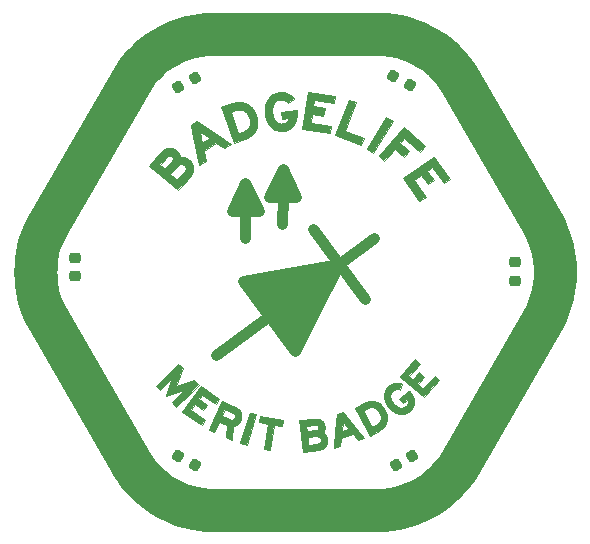
<source format=gbr>
%TF.GenerationSoftware,KiCad,Pcbnew,7.0.7*%
%TF.CreationDate,2023-09-02T14:38:41-07:00*%
%TF.ProjectId,badgelife101,62616467-656c-4696-9665-3130312e6b69,rev?*%
%TF.SameCoordinates,Original*%
%TF.FileFunction,Soldermask,Top*%
%TF.FilePolarity,Negative*%
%FSLAX46Y46*%
G04 Gerber Fmt 4.6, Leading zero omitted, Abs format (unit mm)*
G04 Created by KiCad (PCBNEW 7.0.7) date 2023-09-02 14:38:41*
%MOMM*%
%LPD*%
G01*
G04 APERTURE LIST*
G04 Aperture macros list*
%AMRoundRect*
0 Rectangle with rounded corners*
0 $1 Rounding radius*
0 $2 $3 $4 $5 $6 $7 $8 $9 X,Y pos of 4 corners*
0 Add a 4 corners polygon primitive as box body*
4,1,4,$2,$3,$4,$5,$6,$7,$8,$9,$2,$3,0*
0 Add four circle primitives for the rounded corners*
1,1,$1+$1,$2,$3*
1,1,$1+$1,$4,$5*
1,1,$1+$1,$6,$7*
1,1,$1+$1,$8,$9*
0 Add four rect primitives between the rounded corners*
20,1,$1+$1,$2,$3,$4,$5,0*
20,1,$1+$1,$4,$5,$6,$7,0*
20,1,$1+$1,$6,$7,$8,$9,0*
20,1,$1+$1,$8,$9,$2,$3,0*%
G04 Aperture macros list end*
%ADD10C,0.100000*%
%ADD11C,0.927580*%
%ADD12C,3.600002*%
%ADD13RoundRect,0.218750X0.256250X-0.218750X0.256250X0.218750X-0.256250X0.218750X-0.256250X-0.218750X0*%
%ADD14RoundRect,0.218750X0.061318X0.331294X-0.317568X0.112544X-0.061318X-0.331294X0.317568X-0.112544X0*%
%ADD15RoundRect,0.218750X-0.317568X-0.112544X0.061318X-0.331294X0.317568X0.112544X-0.061318X0.331294X0*%
%ADD16RoundRect,0.218750X-0.061318X-0.331294X0.317568X-0.112544X0.061318X0.331294X-0.317568X0.112544X0*%
G04 APERTURE END LIST*
D10*
X143354142Y-97776038D02*
X142431840Y-98853453D01*
X142763818Y-99137637D01*
X143285683Y-98528006D01*
X143690095Y-98874194D01*
X143168229Y-99483824D01*
X143651108Y-99897181D01*
X144596665Y-98792605D01*
X145001061Y-99138789D01*
X143714486Y-100641739D01*
X141686410Y-98905638D01*
X142949731Y-97429850D01*
X143354142Y-97776038D01*
G36*
X143354142Y-97776038D02*
G01*
X142431840Y-98853453D01*
X142763818Y-99137637D01*
X143285683Y-98528006D01*
X143690095Y-98874194D01*
X143168229Y-99483824D01*
X143651108Y-99897181D01*
X144596665Y-98792605D01*
X145001061Y-99138789D01*
X143714486Y-100641739D01*
X141686410Y-98905638D01*
X142949731Y-97429850D01*
X143354142Y-97776038D01*
G37*
X123269902Y-98163676D02*
X122715718Y-99703280D01*
X124262997Y-99198355D01*
X124626122Y-99576685D01*
X122700066Y-101425324D01*
X122336941Y-101046990D01*
X123380219Y-100045645D01*
X121847272Y-100536820D01*
X122387128Y-99010966D01*
X121343850Y-100012312D01*
X120980725Y-99633982D01*
X122906777Y-97785345D01*
X123269902Y-98163676D01*
G36*
X123269902Y-98163676D02*
G01*
X122715718Y-99703280D01*
X124262997Y-99198355D01*
X124626122Y-99576685D01*
X122700066Y-101425324D01*
X122336941Y-101046990D01*
X123380219Y-100045645D01*
X121847272Y-100536820D01*
X122387128Y-99010966D01*
X121343850Y-100012312D01*
X120980725Y-99633982D01*
X122906777Y-97785345D01*
X123269902Y-98163676D01*
G37*
X141515327Y-99398567D02*
X141551627Y-99401179D01*
X141587767Y-99405120D01*
X141623749Y-99410391D01*
X141659571Y-99416992D01*
X141695233Y-99424921D01*
X141730737Y-99434180D01*
X141766081Y-99444769D01*
X141801265Y-99456687D01*
X141836290Y-99469934D01*
X141871155Y-99484511D01*
X141667748Y-99977488D01*
X141627179Y-99963348D01*
X141586989Y-99951939D01*
X141547179Y-99943261D01*
X141507748Y-99937314D01*
X141468698Y-99934098D01*
X141430027Y-99933613D01*
X141391736Y-99935859D01*
X141353825Y-99940836D01*
X141316294Y-99948543D01*
X141279143Y-99958982D01*
X141242371Y-99972152D01*
X141205979Y-99988052D01*
X141169967Y-100006684D01*
X141134335Y-100028046D01*
X141099082Y-100052140D01*
X141064210Y-100078965D01*
X141037382Y-100101930D01*
X141012388Y-100125724D01*
X140989227Y-100150348D01*
X140967901Y-100175802D01*
X140948408Y-100202084D01*
X140930749Y-100229196D01*
X140914923Y-100257137D01*
X140900932Y-100285908D01*
X140888774Y-100315508D01*
X140878451Y-100345937D01*
X140869961Y-100377196D01*
X140863305Y-100409284D01*
X140858483Y-100442201D01*
X140855494Y-100475948D01*
X140854340Y-100510524D01*
X140855019Y-100545929D01*
X140857586Y-100581120D01*
X140861947Y-100616452D01*
X140868102Y-100651926D01*
X140876052Y-100687540D01*
X140885797Y-100723296D01*
X140897336Y-100759192D01*
X140910669Y-100795230D01*
X140925797Y-100831409D01*
X140942720Y-100867729D01*
X140961437Y-100904190D01*
X140981949Y-100940793D01*
X141004255Y-100977536D01*
X141028356Y-101014421D01*
X141054252Y-101051447D01*
X141081943Y-101088615D01*
X141111428Y-101125923D01*
X141142542Y-101163168D01*
X141173864Y-101198602D01*
X141205395Y-101232228D01*
X141237136Y-101264043D01*
X141269085Y-101294050D01*
X141301243Y-101322246D01*
X141333609Y-101348634D01*
X141366185Y-101373211D01*
X141398969Y-101395979D01*
X141431963Y-101416938D01*
X141465165Y-101436086D01*
X141498576Y-101453426D01*
X141532196Y-101468955D01*
X141566025Y-101482675D01*
X141600062Y-101494585D01*
X141634309Y-101504685D01*
X141668557Y-101512203D01*
X141702457Y-101517765D01*
X141736006Y-101521372D01*
X141769206Y-101523024D01*
X141802056Y-101522720D01*
X141834556Y-101520460D01*
X141866707Y-101516245D01*
X141898508Y-101510075D01*
X141929959Y-101501949D01*
X141961061Y-101491867D01*
X141991813Y-101479830D01*
X142022215Y-101465838D01*
X142052268Y-101449890D01*
X142081971Y-101431986D01*
X142111324Y-101412127D01*
X142140328Y-101390313D01*
X142173240Y-101360783D01*
X142203094Y-101330739D01*
X142229891Y-101300180D01*
X142242142Y-101284708D01*
X142253629Y-101269107D01*
X142264352Y-101253377D01*
X142274310Y-101237519D01*
X142283503Y-101221532D01*
X142291932Y-101205417D01*
X142299597Y-101189173D01*
X142306497Y-101172801D01*
X142312633Y-101156300D01*
X142318004Y-101139670D01*
X142322611Y-101122911D01*
X142326454Y-101106024D01*
X142329532Y-101089009D01*
X142331845Y-101071865D01*
X142333394Y-101054592D01*
X142334179Y-101037190D01*
X142334199Y-101019660D01*
X142333455Y-101002002D01*
X142331946Y-100984214D01*
X142329673Y-100966298D01*
X142326635Y-100948254D01*
X142322833Y-100930081D01*
X142318267Y-100911779D01*
X142312936Y-100893349D01*
X142306841Y-100874790D01*
X142299981Y-100856102D01*
X141936211Y-101151779D01*
X141610467Y-100751015D01*
X142461335Y-100059433D01*
X142509602Y-100120613D01*
X142554799Y-100181607D01*
X142596926Y-100242417D01*
X142635983Y-100303042D01*
X142671971Y-100363483D01*
X142704888Y-100423739D01*
X142734736Y-100483810D01*
X142761514Y-100543697D01*
X142785223Y-100603399D01*
X142805861Y-100662916D01*
X142823430Y-100722249D01*
X142837929Y-100781397D01*
X142849358Y-100840361D01*
X142857718Y-100899140D01*
X142863007Y-100957734D01*
X142865227Y-101016144D01*
X142864025Y-101073538D01*
X142859668Y-101129855D01*
X142852156Y-101185098D01*
X142841490Y-101239264D01*
X142827669Y-101292354D01*
X142810693Y-101344369D01*
X142790563Y-101395308D01*
X142767278Y-101445171D01*
X142740839Y-101493958D01*
X142711245Y-101541669D01*
X142678497Y-101588305D01*
X142642594Y-101633864D01*
X142603537Y-101678348D01*
X142561325Y-101721756D01*
X142515959Y-101764088D01*
X142467438Y-101805344D01*
X142413654Y-101847061D01*
X142359430Y-101885136D01*
X142304765Y-101919569D01*
X142249660Y-101950361D01*
X142194115Y-101977510D01*
X142138129Y-102001018D01*
X142081703Y-102020884D01*
X142024837Y-102037109D01*
X141967531Y-102049691D01*
X141909784Y-102058632D01*
X141851597Y-102063931D01*
X141792969Y-102065588D01*
X141733901Y-102063603D01*
X141674393Y-102057976D01*
X141614444Y-102048708D01*
X141554055Y-102035797D01*
X141493891Y-102019746D01*
X141434618Y-102001050D01*
X141376236Y-101979710D01*
X141318744Y-101955726D01*
X141262144Y-101929098D01*
X141206434Y-101899827D01*
X141151615Y-101867911D01*
X141097687Y-101833351D01*
X141044650Y-101796148D01*
X140992504Y-101756301D01*
X140941249Y-101713809D01*
X140890884Y-101668674D01*
X140841410Y-101620895D01*
X140792828Y-101570471D01*
X140745136Y-101517404D01*
X140698334Y-101461693D01*
X140651360Y-101401883D01*
X140607536Y-101341914D01*
X140566861Y-101281783D01*
X140529335Y-101221493D01*
X140494959Y-101161043D01*
X140463733Y-101100432D01*
X140435655Y-101039661D01*
X140410728Y-100978731D01*
X140388950Y-100917640D01*
X140370321Y-100856388D01*
X140354842Y-100794977D01*
X140342512Y-100733406D01*
X140333332Y-100671674D01*
X140327301Y-100609783D01*
X140324420Y-100547731D01*
X140324689Y-100485520D01*
X140328065Y-100423881D01*
X140334504Y-100363552D01*
X140344008Y-100304532D01*
X140356575Y-100246822D01*
X140372207Y-100190421D01*
X140390902Y-100135329D01*
X140412661Y-100081546D01*
X140437484Y-100029073D01*
X140465371Y-99977909D01*
X140496322Y-99928054D01*
X140530337Y-99879509D01*
X140567416Y-99832273D01*
X140607558Y-99786346D01*
X140650765Y-99741728D01*
X140697035Y-99698419D01*
X140746369Y-99656420D01*
X140777411Y-99631969D01*
X140808879Y-99608732D01*
X140840774Y-99586708D01*
X140873094Y-99565897D01*
X140905841Y-99546300D01*
X140939013Y-99527916D01*
X140972612Y-99510746D01*
X141006637Y-99494788D01*
X141041089Y-99480045D01*
X141075966Y-99466514D01*
X141111270Y-99454197D01*
X141147000Y-99443093D01*
X141183156Y-99433203D01*
X141219739Y-99424525D01*
X141256747Y-99417062D01*
X141294183Y-99410811D01*
X141331438Y-99405447D01*
X141368534Y-99401412D01*
X141405471Y-99398706D01*
X141442249Y-99397330D01*
X141478867Y-99397284D01*
X141515327Y-99398567D01*
G36*
X141515327Y-99398567D02*
G01*
X141551627Y-99401179D01*
X141587767Y-99405120D01*
X141623749Y-99410391D01*
X141659571Y-99416992D01*
X141695233Y-99424921D01*
X141730737Y-99434180D01*
X141766081Y-99444769D01*
X141801265Y-99456687D01*
X141836290Y-99469934D01*
X141871155Y-99484511D01*
X141667748Y-99977488D01*
X141627179Y-99963348D01*
X141586989Y-99951939D01*
X141547179Y-99943261D01*
X141507748Y-99937314D01*
X141468698Y-99934098D01*
X141430027Y-99933613D01*
X141391736Y-99935859D01*
X141353825Y-99940836D01*
X141316294Y-99948543D01*
X141279143Y-99958982D01*
X141242371Y-99972152D01*
X141205979Y-99988052D01*
X141169967Y-100006684D01*
X141134335Y-100028046D01*
X141099082Y-100052140D01*
X141064210Y-100078965D01*
X141037382Y-100101930D01*
X141012388Y-100125724D01*
X140989227Y-100150348D01*
X140967901Y-100175802D01*
X140948408Y-100202084D01*
X140930749Y-100229196D01*
X140914923Y-100257137D01*
X140900932Y-100285908D01*
X140888774Y-100315508D01*
X140878451Y-100345937D01*
X140869961Y-100377196D01*
X140863305Y-100409284D01*
X140858483Y-100442201D01*
X140855494Y-100475948D01*
X140854340Y-100510524D01*
X140855019Y-100545929D01*
X140857586Y-100581120D01*
X140861947Y-100616452D01*
X140868102Y-100651926D01*
X140876052Y-100687540D01*
X140885797Y-100723296D01*
X140897336Y-100759192D01*
X140910669Y-100795230D01*
X140925797Y-100831409D01*
X140942720Y-100867729D01*
X140961437Y-100904190D01*
X140981949Y-100940793D01*
X141004255Y-100977536D01*
X141028356Y-101014421D01*
X141054252Y-101051447D01*
X141081943Y-101088615D01*
X141111428Y-101125923D01*
X141142542Y-101163168D01*
X141173864Y-101198602D01*
X141205395Y-101232228D01*
X141237136Y-101264043D01*
X141269085Y-101294050D01*
X141301243Y-101322246D01*
X141333609Y-101348634D01*
X141366185Y-101373211D01*
X141398969Y-101395979D01*
X141431963Y-101416938D01*
X141465165Y-101436086D01*
X141498576Y-101453426D01*
X141532196Y-101468955D01*
X141566025Y-101482675D01*
X141600062Y-101494585D01*
X141634309Y-101504685D01*
X141668557Y-101512203D01*
X141702457Y-101517765D01*
X141736006Y-101521372D01*
X141769206Y-101523024D01*
X141802056Y-101522720D01*
X141834556Y-101520460D01*
X141866707Y-101516245D01*
X141898508Y-101510075D01*
X141929959Y-101501949D01*
X141961061Y-101491867D01*
X141991813Y-101479830D01*
X142022215Y-101465838D01*
X142052268Y-101449890D01*
X142081971Y-101431986D01*
X142111324Y-101412127D01*
X142140328Y-101390313D01*
X142173240Y-101360783D01*
X142203094Y-101330739D01*
X142229891Y-101300180D01*
X142242142Y-101284708D01*
X142253629Y-101269107D01*
X142264352Y-101253377D01*
X142274310Y-101237519D01*
X142283503Y-101221532D01*
X142291932Y-101205417D01*
X142299597Y-101189173D01*
X142306497Y-101172801D01*
X142312633Y-101156300D01*
X142318004Y-101139670D01*
X142322611Y-101122911D01*
X142326454Y-101106024D01*
X142329532Y-101089009D01*
X142331845Y-101071865D01*
X142333394Y-101054592D01*
X142334179Y-101037190D01*
X142334199Y-101019660D01*
X142333455Y-101002002D01*
X142331946Y-100984214D01*
X142329673Y-100966298D01*
X142326635Y-100948254D01*
X142322833Y-100930081D01*
X142318267Y-100911779D01*
X142312936Y-100893349D01*
X142306841Y-100874790D01*
X142299981Y-100856102D01*
X141936211Y-101151779D01*
X141610467Y-100751015D01*
X142461335Y-100059433D01*
X142509602Y-100120613D01*
X142554799Y-100181607D01*
X142596926Y-100242417D01*
X142635983Y-100303042D01*
X142671971Y-100363483D01*
X142704888Y-100423739D01*
X142734736Y-100483810D01*
X142761514Y-100543697D01*
X142785223Y-100603399D01*
X142805861Y-100662916D01*
X142823430Y-100722249D01*
X142837929Y-100781397D01*
X142849358Y-100840361D01*
X142857718Y-100899140D01*
X142863007Y-100957734D01*
X142865227Y-101016144D01*
X142864025Y-101073538D01*
X142859668Y-101129855D01*
X142852156Y-101185098D01*
X142841490Y-101239264D01*
X142827669Y-101292354D01*
X142810693Y-101344369D01*
X142790563Y-101395308D01*
X142767278Y-101445171D01*
X142740839Y-101493958D01*
X142711245Y-101541669D01*
X142678497Y-101588305D01*
X142642594Y-101633864D01*
X142603537Y-101678348D01*
X142561325Y-101721756D01*
X142515959Y-101764088D01*
X142467438Y-101805344D01*
X142413654Y-101847061D01*
X142359430Y-101885136D01*
X142304765Y-101919569D01*
X142249660Y-101950361D01*
X142194115Y-101977510D01*
X142138129Y-102001018D01*
X142081703Y-102020884D01*
X142024837Y-102037109D01*
X141967531Y-102049691D01*
X141909784Y-102058632D01*
X141851597Y-102063931D01*
X141792969Y-102065588D01*
X141733901Y-102063603D01*
X141674393Y-102057976D01*
X141614444Y-102048708D01*
X141554055Y-102035797D01*
X141493891Y-102019746D01*
X141434618Y-102001050D01*
X141376236Y-101979710D01*
X141318744Y-101955726D01*
X141262144Y-101929098D01*
X141206434Y-101899827D01*
X141151615Y-101867911D01*
X141097687Y-101833351D01*
X141044650Y-101796148D01*
X140992504Y-101756301D01*
X140941249Y-101713809D01*
X140890884Y-101668674D01*
X140841410Y-101620895D01*
X140792828Y-101570471D01*
X140745136Y-101517404D01*
X140698334Y-101461693D01*
X140651360Y-101401883D01*
X140607536Y-101341914D01*
X140566861Y-101281783D01*
X140529335Y-101221493D01*
X140494959Y-101161043D01*
X140463733Y-101100432D01*
X140435655Y-101039661D01*
X140410728Y-100978731D01*
X140388950Y-100917640D01*
X140370321Y-100856388D01*
X140354842Y-100794977D01*
X140342512Y-100733406D01*
X140333332Y-100671674D01*
X140327301Y-100609783D01*
X140324420Y-100547731D01*
X140324689Y-100485520D01*
X140328065Y-100423881D01*
X140334504Y-100363552D01*
X140344008Y-100304532D01*
X140356575Y-100246822D01*
X140372207Y-100190421D01*
X140390902Y-100135329D01*
X140412661Y-100081546D01*
X140437484Y-100029073D01*
X140465371Y-99977909D01*
X140496322Y-99928054D01*
X140530337Y-99879509D01*
X140567416Y-99832273D01*
X140607558Y-99786346D01*
X140650765Y-99741728D01*
X140697035Y-99698419D01*
X140746369Y-99656420D01*
X140777411Y-99631969D01*
X140808879Y-99608732D01*
X140840774Y-99586708D01*
X140873094Y-99565897D01*
X140905841Y-99546300D01*
X140939013Y-99527916D01*
X140972612Y-99510746D01*
X141006637Y-99494788D01*
X141041089Y-99480045D01*
X141075966Y-99466514D01*
X141111270Y-99454197D01*
X141147000Y-99443093D01*
X141183156Y-99433203D01*
X141219739Y-99424525D01*
X141256747Y-99417062D01*
X141294183Y-99410811D01*
X141331438Y-99405447D01*
X141368534Y-99401412D01*
X141405471Y-99398706D01*
X141442249Y-99397330D01*
X141478867Y-99397284D01*
X141515327Y-99398567D01*
G37*
X126381703Y-100804222D02*
X126075650Y-101239792D01*
X124915211Y-100424408D01*
X124663972Y-100781967D01*
X125320580Y-101243332D01*
X125014527Y-101678902D01*
X124357918Y-101217537D01*
X123992482Y-101737625D01*
X125182175Y-102573563D01*
X124876122Y-103009140D01*
X123257355Y-101871712D01*
X124792191Y-99687353D01*
X126381703Y-100804222D01*
G36*
X126381703Y-100804222D02*
G01*
X126075650Y-101239792D01*
X124915211Y-100424408D01*
X124663972Y-100781967D01*
X125320580Y-101243332D01*
X125014527Y-101678902D01*
X124357918Y-101217537D01*
X123992482Y-101737625D01*
X125182175Y-102573563D01*
X124876122Y-103009140D01*
X123257355Y-101871712D01*
X124792191Y-99687353D01*
X126381703Y-100804222D01*
G37*
X139294557Y-100938973D02*
X139356992Y-100942387D01*
X139419129Y-100949214D01*
X139480968Y-100959455D01*
X139542508Y-100973108D01*
X139603749Y-100990174D01*
X139664059Y-101010433D01*
X139722806Y-101033663D01*
X139779989Y-101059863D01*
X139835608Y-101089034D01*
X139889664Y-101121175D01*
X139942156Y-101156287D01*
X139993084Y-101194369D01*
X140042449Y-101235422D01*
X140090250Y-101279446D01*
X140136487Y-101326441D01*
X140181160Y-101376406D01*
X140224269Y-101429341D01*
X140265815Y-101485248D01*
X140305797Y-101544125D01*
X140344215Y-101605973D01*
X140381070Y-101670792D01*
X140381066Y-101670792D01*
X140415684Y-101737376D01*
X140446916Y-101803646D01*
X140474762Y-101869604D01*
X140499222Y-101935248D01*
X140520296Y-102000579D01*
X140537985Y-102065596D01*
X140552288Y-102130300D01*
X140563205Y-102194691D01*
X140570736Y-102258769D01*
X140574881Y-102322533D01*
X140575640Y-102385984D01*
X140573014Y-102449122D01*
X140567001Y-102511946D01*
X140557603Y-102574458D01*
X140544819Y-102636655D01*
X140528649Y-102698540D01*
X140509493Y-102758799D01*
X140487352Y-102817466D01*
X140462225Y-102874543D01*
X140434112Y-102930028D01*
X140403014Y-102983923D01*
X140368931Y-103036226D01*
X140331862Y-103086939D01*
X140291807Y-103136060D01*
X140248767Y-103183590D01*
X140202741Y-103229530D01*
X140153730Y-103273878D01*
X140101733Y-103316636D01*
X140046750Y-103357802D01*
X139988782Y-103397378D01*
X139927828Y-103435363D01*
X139863888Y-103471756D01*
X139134541Y-103868554D01*
X137976779Y-101740479D01*
X138573758Y-101740479D01*
X139340771Y-103150322D01*
X139633908Y-102990845D01*
X139672243Y-102969053D01*
X139708728Y-102946394D01*
X139743364Y-102922869D01*
X139776151Y-102898478D01*
X139807088Y-102873220D01*
X139836176Y-102847096D01*
X139863414Y-102820105D01*
X139888803Y-102792248D01*
X139912342Y-102763524D01*
X139934032Y-102733934D01*
X139953873Y-102703477D01*
X139971864Y-102672154D01*
X139988005Y-102639963D01*
X140002298Y-102606907D01*
X140014741Y-102572983D01*
X140025334Y-102538193D01*
X140034189Y-102502124D01*
X140041018Y-102465708D01*
X140045821Y-102428946D01*
X140048598Y-102391837D01*
X140049350Y-102354382D01*
X140048076Y-102316580D01*
X140044776Y-102278432D01*
X140039450Y-102239937D01*
X140032098Y-102201096D01*
X140022721Y-102161908D01*
X140011317Y-102122373D01*
X139997888Y-102082492D01*
X139982433Y-102042265D01*
X139964952Y-102001690D01*
X139945445Y-101960770D01*
X139923913Y-101919503D01*
X139900970Y-101879022D01*
X139877232Y-101840457D01*
X139852700Y-101803808D01*
X139827373Y-101769076D01*
X139801252Y-101736260D01*
X139774335Y-101705360D01*
X139746624Y-101676376D01*
X139718119Y-101649309D01*
X139688819Y-101624157D01*
X139658724Y-101600922D01*
X139627834Y-101579604D01*
X139596149Y-101560201D01*
X139563670Y-101542715D01*
X139530396Y-101527146D01*
X139496328Y-101513492D01*
X139461465Y-101501755D01*
X139426272Y-101491328D01*
X139390816Y-101482951D01*
X139355099Y-101476625D01*
X139319119Y-101472350D01*
X139282876Y-101470125D01*
X139246372Y-101469951D01*
X139209605Y-101471828D01*
X139172575Y-101475755D01*
X139135283Y-101481733D01*
X139097729Y-101489762D01*
X139059913Y-101499842D01*
X139021834Y-101511972D01*
X138983493Y-101526153D01*
X138944889Y-101542385D01*
X138906023Y-101560668D01*
X138866894Y-101581002D01*
X138573758Y-101740479D01*
X137976779Y-101740479D01*
X137858716Y-101523468D01*
X138588063Y-101126671D01*
X138653782Y-101092543D01*
X138719203Y-101061828D01*
X138784325Y-101034526D01*
X138849149Y-101010637D01*
X138913674Y-100990160D01*
X138977901Y-100973097D01*
X139041829Y-100959446D01*
X139105459Y-100949209D01*
X139168790Y-100942384D01*
X139231823Y-100938972D01*
X139294557Y-100938973D01*
G36*
X139294557Y-100938973D02*
G01*
X139356992Y-100942387D01*
X139419129Y-100949214D01*
X139480968Y-100959455D01*
X139542508Y-100973108D01*
X139603749Y-100990174D01*
X139664059Y-101010433D01*
X139722806Y-101033663D01*
X139779989Y-101059863D01*
X139835608Y-101089034D01*
X139889664Y-101121175D01*
X139942156Y-101156287D01*
X139993084Y-101194369D01*
X140042449Y-101235422D01*
X140090250Y-101279446D01*
X140136487Y-101326441D01*
X140181160Y-101376406D01*
X140224269Y-101429341D01*
X140265815Y-101485248D01*
X140305797Y-101544125D01*
X140344215Y-101605973D01*
X140381070Y-101670792D01*
X140381066Y-101670792D01*
X140415684Y-101737376D01*
X140446916Y-101803646D01*
X140474762Y-101869604D01*
X140499222Y-101935248D01*
X140520296Y-102000579D01*
X140537985Y-102065596D01*
X140552288Y-102130300D01*
X140563205Y-102194691D01*
X140570736Y-102258769D01*
X140574881Y-102322533D01*
X140575640Y-102385984D01*
X140573014Y-102449122D01*
X140567001Y-102511946D01*
X140557603Y-102574458D01*
X140544819Y-102636655D01*
X140528649Y-102698540D01*
X140509493Y-102758799D01*
X140487352Y-102817466D01*
X140462225Y-102874543D01*
X140434112Y-102930028D01*
X140403014Y-102983923D01*
X140368931Y-103036226D01*
X140331862Y-103086939D01*
X140291807Y-103136060D01*
X140248767Y-103183590D01*
X140202741Y-103229530D01*
X140153730Y-103273878D01*
X140101733Y-103316636D01*
X140046750Y-103357802D01*
X139988782Y-103397378D01*
X139927828Y-103435363D01*
X139863888Y-103471756D01*
X139134541Y-103868554D01*
X137976779Y-101740479D01*
X138573758Y-101740479D01*
X139340771Y-103150322D01*
X139633908Y-102990845D01*
X139672243Y-102969053D01*
X139708728Y-102946394D01*
X139743364Y-102922869D01*
X139776151Y-102898478D01*
X139807088Y-102873220D01*
X139836176Y-102847096D01*
X139863414Y-102820105D01*
X139888803Y-102792248D01*
X139912342Y-102763524D01*
X139934032Y-102733934D01*
X139953873Y-102703477D01*
X139971864Y-102672154D01*
X139988005Y-102639963D01*
X140002298Y-102606907D01*
X140014741Y-102572983D01*
X140025334Y-102538193D01*
X140034189Y-102502124D01*
X140041018Y-102465708D01*
X140045821Y-102428946D01*
X140048598Y-102391837D01*
X140049350Y-102354382D01*
X140048076Y-102316580D01*
X140044776Y-102278432D01*
X140039450Y-102239937D01*
X140032098Y-102201096D01*
X140022721Y-102161908D01*
X140011317Y-102122373D01*
X139997888Y-102082492D01*
X139982433Y-102042265D01*
X139964952Y-102001690D01*
X139945445Y-101960770D01*
X139923913Y-101919503D01*
X139900970Y-101879022D01*
X139877232Y-101840457D01*
X139852700Y-101803808D01*
X139827373Y-101769076D01*
X139801252Y-101736260D01*
X139774335Y-101705360D01*
X139746624Y-101676376D01*
X139718119Y-101649309D01*
X139688819Y-101624157D01*
X139658724Y-101600922D01*
X139627834Y-101579604D01*
X139596149Y-101560201D01*
X139563670Y-101542715D01*
X139530396Y-101527146D01*
X139496328Y-101513492D01*
X139461465Y-101501755D01*
X139426272Y-101491328D01*
X139390816Y-101482951D01*
X139355099Y-101476625D01*
X139319119Y-101472350D01*
X139282876Y-101470125D01*
X139246372Y-101469951D01*
X139209605Y-101471828D01*
X139172575Y-101475755D01*
X139135283Y-101481733D01*
X139097729Y-101489762D01*
X139059913Y-101499842D01*
X139021834Y-101511972D01*
X138983493Y-101526153D01*
X138944889Y-101542385D01*
X138906023Y-101560668D01*
X138866894Y-101581002D01*
X138573758Y-101740479D01*
X137976779Y-101740479D01*
X137858716Y-101523468D01*
X138588063Y-101126671D01*
X138653782Y-101092543D01*
X138719203Y-101061828D01*
X138784325Y-101034526D01*
X138849149Y-101010637D01*
X138913674Y-100990160D01*
X138977901Y-100973097D01*
X139041829Y-100959446D01*
X139105459Y-100949209D01*
X139168790Y-100942384D01*
X139231823Y-100938972D01*
X139294557Y-100938973D01*
G37*
X127695271Y-101445801D02*
X127727690Y-101461181D01*
X127759068Y-101477039D01*
X127789407Y-101493376D01*
X127818706Y-101510191D01*
X127846965Y-101527485D01*
X127874184Y-101545257D01*
X127900364Y-101563508D01*
X127925503Y-101582237D01*
X127949603Y-101601444D01*
X127972664Y-101621130D01*
X127994684Y-101641294D01*
X128015664Y-101661937D01*
X128035605Y-101683058D01*
X128054506Y-101704657D01*
X128072367Y-101726735D01*
X128089188Y-101749291D01*
X128105495Y-101772448D01*
X128120910Y-101795913D01*
X128135431Y-101819685D01*
X128149060Y-101843763D01*
X128161797Y-101868149D01*
X128173640Y-101892842D01*
X128184591Y-101917841D01*
X128194649Y-101943148D01*
X128203815Y-101968762D01*
X128212088Y-101994683D01*
X128219468Y-102020910D01*
X128225956Y-102047445D01*
X128231551Y-102074287D01*
X128236254Y-102101436D01*
X128240064Y-102128892D01*
X128242982Y-102156655D01*
X128245214Y-102184051D01*
X128246552Y-102211309D01*
X128246997Y-102238431D01*
X128246549Y-102265415D01*
X128245208Y-102292262D01*
X128242973Y-102318972D01*
X128239845Y-102345544D01*
X128235823Y-102371979D01*
X128230908Y-102398277D01*
X128225100Y-102424437D01*
X128218399Y-102450460D01*
X128210804Y-102476346D01*
X128202315Y-102502094D01*
X128192934Y-102527705D01*
X128182659Y-102553179D01*
X128171490Y-102578514D01*
X128146421Y-102629486D01*
X128119332Y-102677718D01*
X128090223Y-102723211D01*
X128059093Y-102765965D01*
X128025943Y-102805979D01*
X127990773Y-102843255D01*
X127953583Y-102877791D01*
X127914373Y-102909588D01*
X127873143Y-102938646D01*
X127829892Y-102964965D01*
X127784622Y-102988546D01*
X127737331Y-103009387D01*
X127688020Y-103027489D01*
X127636689Y-103042852D01*
X127583338Y-103055476D01*
X127527966Y-103065361D01*
X127435773Y-104264717D01*
X126926812Y-104030770D01*
X127014790Y-102973755D01*
X126379491Y-102681733D01*
X125963029Y-103587754D01*
X125486554Y-103368737D01*
X126024677Y-102198044D01*
X126601830Y-102198044D01*
X127262395Y-102501679D01*
X127279028Y-102508967D01*
X127295539Y-102515480D01*
X127311927Y-102521220D01*
X127328193Y-102526187D01*
X127344335Y-102530379D01*
X127360356Y-102533797D01*
X127376253Y-102536442D01*
X127392029Y-102538313D01*
X127407681Y-102539411D01*
X127423211Y-102539734D01*
X127438618Y-102539284D01*
X127453903Y-102538060D01*
X127469066Y-102536063D01*
X127484105Y-102533292D01*
X127499023Y-102529747D01*
X127513818Y-102525429D01*
X127528955Y-102520142D01*
X127543584Y-102514177D01*
X127557705Y-102507534D01*
X127571318Y-102500214D01*
X127584422Y-102492215D01*
X127597018Y-102483539D01*
X127609106Y-102474185D01*
X127620685Y-102464154D01*
X127631757Y-102453444D01*
X127642319Y-102442057D01*
X127652374Y-102429993D01*
X127661921Y-102417250D01*
X127670959Y-102403830D01*
X127679488Y-102389733D01*
X127687510Y-102374958D01*
X127695023Y-102359505D01*
X127695031Y-102359505D01*
X127701257Y-102345065D01*
X127706665Y-102330624D01*
X127711252Y-102316183D01*
X127715021Y-102301741D01*
X127717970Y-102287298D01*
X127720100Y-102272854D01*
X127721410Y-102258410D01*
X127721901Y-102243965D01*
X127721573Y-102229518D01*
X127720425Y-102215072D01*
X127718458Y-102200624D01*
X127715672Y-102186175D01*
X127712066Y-102171726D01*
X127707640Y-102157276D01*
X127702396Y-102142825D01*
X127696332Y-102128373D01*
X127690177Y-102113895D01*
X127683342Y-102099856D01*
X127675827Y-102086257D01*
X127667632Y-102073096D01*
X127658757Y-102060374D01*
X127649202Y-102048091D01*
X127638968Y-102036248D01*
X127628053Y-102024843D01*
X127616458Y-102013877D01*
X127604184Y-102003349D01*
X127591229Y-101993261D01*
X127577594Y-101983612D01*
X127563279Y-101974401D01*
X127548285Y-101965629D01*
X127532610Y-101957296D01*
X127516255Y-101949402D01*
X126855691Y-101645768D01*
X126601830Y-102198044D01*
X126024677Y-102198044D01*
X126601548Y-100943055D01*
X127695271Y-101445801D01*
G36*
X127695271Y-101445801D02*
G01*
X127727690Y-101461181D01*
X127759068Y-101477039D01*
X127789407Y-101493376D01*
X127818706Y-101510191D01*
X127846965Y-101527485D01*
X127874184Y-101545257D01*
X127900364Y-101563508D01*
X127925503Y-101582237D01*
X127949603Y-101601444D01*
X127972664Y-101621130D01*
X127994684Y-101641294D01*
X128015664Y-101661937D01*
X128035605Y-101683058D01*
X128054506Y-101704657D01*
X128072367Y-101726735D01*
X128089188Y-101749291D01*
X128105495Y-101772448D01*
X128120910Y-101795913D01*
X128135431Y-101819685D01*
X128149060Y-101843763D01*
X128161797Y-101868149D01*
X128173640Y-101892842D01*
X128184591Y-101917841D01*
X128194649Y-101943148D01*
X128203815Y-101968762D01*
X128212088Y-101994683D01*
X128219468Y-102020910D01*
X128225956Y-102047445D01*
X128231551Y-102074287D01*
X128236254Y-102101436D01*
X128240064Y-102128892D01*
X128242982Y-102156655D01*
X128245214Y-102184051D01*
X128246552Y-102211309D01*
X128246997Y-102238431D01*
X128246549Y-102265415D01*
X128245208Y-102292262D01*
X128242973Y-102318972D01*
X128239845Y-102345544D01*
X128235823Y-102371979D01*
X128230908Y-102398277D01*
X128225100Y-102424437D01*
X128218399Y-102450460D01*
X128210804Y-102476346D01*
X128202315Y-102502094D01*
X128192934Y-102527705D01*
X128182659Y-102553179D01*
X128171490Y-102578514D01*
X128146421Y-102629486D01*
X128119332Y-102677718D01*
X128090223Y-102723211D01*
X128059093Y-102765965D01*
X128025943Y-102805979D01*
X127990773Y-102843255D01*
X127953583Y-102877791D01*
X127914373Y-102909588D01*
X127873143Y-102938646D01*
X127829892Y-102964965D01*
X127784622Y-102988546D01*
X127737331Y-103009387D01*
X127688020Y-103027489D01*
X127636689Y-103042852D01*
X127583338Y-103055476D01*
X127527966Y-103065361D01*
X127435773Y-104264717D01*
X126926812Y-104030770D01*
X127014790Y-102973755D01*
X126379491Y-102681733D01*
X125963029Y-103587754D01*
X125486554Y-103368737D01*
X126024677Y-102198044D01*
X126601830Y-102198044D01*
X127262395Y-102501679D01*
X127279028Y-102508967D01*
X127295539Y-102515480D01*
X127311927Y-102521220D01*
X127328193Y-102526187D01*
X127344335Y-102530379D01*
X127360356Y-102533797D01*
X127376253Y-102536442D01*
X127392029Y-102538313D01*
X127407681Y-102539411D01*
X127423211Y-102539734D01*
X127438618Y-102539284D01*
X127453903Y-102538060D01*
X127469066Y-102536063D01*
X127484105Y-102533292D01*
X127499023Y-102529747D01*
X127513818Y-102525429D01*
X127528955Y-102520142D01*
X127543584Y-102514177D01*
X127557705Y-102507534D01*
X127571318Y-102500214D01*
X127584422Y-102492215D01*
X127597018Y-102483539D01*
X127609106Y-102474185D01*
X127620685Y-102464154D01*
X127631757Y-102453444D01*
X127642319Y-102442057D01*
X127652374Y-102429993D01*
X127661921Y-102417250D01*
X127670959Y-102403830D01*
X127679488Y-102389733D01*
X127687510Y-102374958D01*
X127695023Y-102359505D01*
X127695031Y-102359505D01*
X127701257Y-102345065D01*
X127706665Y-102330624D01*
X127711252Y-102316183D01*
X127715021Y-102301741D01*
X127717970Y-102287298D01*
X127720100Y-102272854D01*
X127721410Y-102258410D01*
X127721901Y-102243965D01*
X127721573Y-102229518D01*
X127720425Y-102215072D01*
X127718458Y-102200624D01*
X127715672Y-102186175D01*
X127712066Y-102171726D01*
X127707640Y-102157276D01*
X127702396Y-102142825D01*
X127696332Y-102128373D01*
X127690177Y-102113895D01*
X127683342Y-102099856D01*
X127675827Y-102086257D01*
X127667632Y-102073096D01*
X127658757Y-102060374D01*
X127649202Y-102048091D01*
X127638968Y-102036248D01*
X127628053Y-102024843D01*
X127616458Y-102013877D01*
X127604184Y-102003349D01*
X127591229Y-101993261D01*
X127577594Y-101983612D01*
X127563279Y-101974401D01*
X127548285Y-101965629D01*
X127532610Y-101957296D01*
X127516255Y-101949402D01*
X126855691Y-101645768D01*
X126601830Y-102198044D01*
X126024677Y-102198044D01*
X126601548Y-100943055D01*
X127695271Y-101445801D01*
G37*
X129449952Y-102080086D02*
X128680566Y-104636483D01*
X128170808Y-104483063D01*
X128940194Y-101926667D01*
X129449952Y-102080086D01*
G36*
X129449952Y-102080086D02*
G01*
X128680566Y-104636483D01*
X128170808Y-104483063D01*
X128940194Y-101926667D01*
X129449952Y-102080086D01*
G37*
X138659241Y-104099549D02*
X138117337Y-104270066D01*
X137687592Y-103751419D01*
X136683362Y-104067414D01*
X136628041Y-104738694D01*
X136086137Y-104909211D01*
X136195499Y-103495232D01*
X136728223Y-103495232D01*
X137323174Y-103308014D01*
X136814782Y-102685013D01*
X136728223Y-103495232D01*
X136195499Y-103495232D01*
X136307999Y-102040680D01*
X136834748Y-101874932D01*
X138659241Y-104099549D01*
G36*
X138659241Y-104099549D02*
G01*
X138117337Y-104270066D01*
X137687592Y-103751419D01*
X136683362Y-104067414D01*
X136628041Y-104738694D01*
X136086137Y-104909211D01*
X136195499Y-103495232D01*
X136728223Y-103495232D01*
X137323174Y-103308014D01*
X136814782Y-102685013D01*
X136728223Y-103495232D01*
X136195499Y-103495232D01*
X136307999Y-102040680D01*
X136834748Y-101874932D01*
X138659241Y-104099549D01*
G37*
X131798829Y-102533890D02*
X131714524Y-103059517D01*
X130996690Y-102944374D01*
X130658181Y-105054726D01*
X130148244Y-104972931D01*
X130486752Y-102862580D01*
X129761075Y-102746178D01*
X129845383Y-102220551D01*
X131798829Y-102533890D01*
G36*
X131798829Y-102533890D02*
G01*
X131714524Y-103059517D01*
X130996690Y-102944374D01*
X130658181Y-105054726D01*
X130148244Y-104972931D01*
X130486752Y-102862580D01*
X129761075Y-102746178D01*
X129845383Y-102220551D01*
X131798829Y-102533890D01*
G37*
X134540315Y-102429579D02*
X134569184Y-102430605D01*
X134597739Y-102432448D01*
X134625980Y-102435107D01*
X134653907Y-102438582D01*
X134681521Y-102442873D01*
X134708821Y-102447981D01*
X134735808Y-102453905D01*
X134762481Y-102460645D01*
X134788841Y-102468202D01*
X134814887Y-102476575D01*
X134840619Y-102485764D01*
X134865847Y-102495744D01*
X134890381Y-102506490D01*
X134914221Y-102518002D01*
X134937367Y-102530280D01*
X134959818Y-102543324D01*
X134981575Y-102557133D01*
X135002638Y-102571709D01*
X135023007Y-102587050D01*
X135042682Y-102603157D01*
X135061662Y-102620030D01*
X135079949Y-102637669D01*
X135097541Y-102656073D01*
X135114439Y-102675244D01*
X135130643Y-102695180D01*
X135146154Y-102715883D01*
X135160969Y-102737351D01*
X135175041Y-102759277D01*
X135188317Y-102781355D01*
X135200799Y-102803587D01*
X135212486Y-102825971D01*
X135223378Y-102848507D01*
X135233475Y-102871197D01*
X135242777Y-102894038D01*
X135251284Y-102917033D01*
X135258996Y-102940179D01*
X135265914Y-102963479D01*
X135272036Y-102986931D01*
X135277364Y-103010535D01*
X135281897Y-103034292D01*
X135285635Y-103058201D01*
X135288578Y-103082262D01*
X135290726Y-103106476D01*
X135294475Y-103146891D01*
X135296446Y-103186226D01*
X135296640Y-103224482D01*
X135295056Y-103261659D01*
X135291694Y-103297757D01*
X135286554Y-103332776D01*
X135279637Y-103366715D01*
X135270942Y-103399576D01*
X135260470Y-103431357D01*
X135248220Y-103462058D01*
X135234192Y-103491681D01*
X135218386Y-103520224D01*
X135200803Y-103547688D01*
X135181442Y-103574073D01*
X135160303Y-103599378D01*
X135137387Y-103623604D01*
X135156779Y-103634113D01*
X135175649Y-103645102D01*
X135193994Y-103656573D01*
X135211816Y-103668525D01*
X135229115Y-103680957D01*
X135245891Y-103693871D01*
X135262143Y-103707265D01*
X135277871Y-103721141D01*
X135293076Y-103735497D01*
X135307758Y-103750335D01*
X135321917Y-103765653D01*
X135335552Y-103781452D01*
X135348663Y-103797732D01*
X135361252Y-103814494D01*
X135373316Y-103831736D01*
X135384858Y-103849459D01*
X135395876Y-103867663D01*
X135406371Y-103886348D01*
X135416342Y-103905514D01*
X135425790Y-103925161D01*
X135434714Y-103945289D01*
X135443115Y-103965898D01*
X135458348Y-104008559D01*
X135471486Y-104053144D01*
X135482531Y-104099652D01*
X135491483Y-104148085D01*
X135498341Y-104198441D01*
X135498345Y-104198441D01*
X135501004Y-104225503D01*
X135502832Y-104252408D01*
X135503831Y-104279158D01*
X135504001Y-104305752D01*
X135503340Y-104332190D01*
X135501849Y-104358472D01*
X135499529Y-104384598D01*
X135496379Y-104410568D01*
X135492399Y-104436382D01*
X135487589Y-104462039D01*
X135481950Y-104487541D01*
X135475480Y-104512887D01*
X135468181Y-104538077D01*
X135460052Y-104563110D01*
X135451093Y-104587988D01*
X135441304Y-104612709D01*
X135430702Y-104636587D01*
X135419413Y-104659918D01*
X135407437Y-104682702D01*
X135394775Y-104704939D01*
X135381426Y-104726629D01*
X135367391Y-104747771D01*
X135352669Y-104768367D01*
X135337260Y-104788416D01*
X135321165Y-104807918D01*
X135304383Y-104826873D01*
X135286914Y-104845281D01*
X135268759Y-104863142D01*
X135249917Y-104880456D01*
X135230388Y-104897223D01*
X135210173Y-104913443D01*
X135189271Y-104929116D01*
X135167872Y-104944126D01*
X135146167Y-104958360D01*
X135124155Y-104971816D01*
X135101836Y-104984495D01*
X135079210Y-104996396D01*
X135056278Y-105007520D01*
X135033039Y-105017867D01*
X135009494Y-105027437D01*
X134985641Y-105036229D01*
X134961482Y-105044243D01*
X134937017Y-105051480D01*
X134912245Y-105057940D01*
X134887166Y-105063622D01*
X134861780Y-105068527D01*
X134836088Y-105072654D01*
X134810090Y-105076004D01*
X133456097Y-105229325D01*
X133320230Y-104029503D01*
X133847985Y-104029503D01*
X133917275Y-104641365D01*
X134734406Y-104548836D01*
X134752698Y-104545422D01*
X134770297Y-104541399D01*
X134787201Y-104536767D01*
X134803413Y-104531527D01*
X134818930Y-104525678D01*
X134833754Y-104519220D01*
X134847884Y-104512154D01*
X134861321Y-104504479D01*
X134874064Y-104496195D01*
X134886114Y-104487303D01*
X134897470Y-104477802D01*
X134908132Y-104467692D01*
X134918100Y-104456973D01*
X134927375Y-104445646D01*
X134935957Y-104433710D01*
X134943845Y-104421166D01*
X134951534Y-104408255D01*
X134958534Y-104395328D01*
X134964846Y-104382385D01*
X134970468Y-104369426D01*
X134975402Y-104356451D01*
X134979647Y-104343461D01*
X134983203Y-104330455D01*
X134986070Y-104317433D01*
X134988248Y-104304395D01*
X134989737Y-104291342D01*
X134990537Y-104278273D01*
X134990649Y-104265188D01*
X134990071Y-104252087D01*
X134988804Y-104238971D01*
X134986849Y-104225840D01*
X134984204Y-104212693D01*
X134984203Y-104212692D01*
X134984202Y-104212692D01*
X134984202Y-104212691D01*
X134984201Y-104212691D01*
X134984201Y-104212690D01*
X134984201Y-104212689D01*
X134984200Y-104212688D01*
X134984200Y-104212687D01*
X134984200Y-104212686D01*
X134984200Y-104212685D01*
X134982303Y-104198969D01*
X134979741Y-104185453D01*
X134976515Y-104172138D01*
X134972625Y-104159022D01*
X134968070Y-104146107D01*
X134962850Y-104133392D01*
X134956966Y-104120877D01*
X134950418Y-104108562D01*
X134943205Y-104096447D01*
X134935328Y-104084533D01*
X134926786Y-104072818D01*
X134917580Y-104061304D01*
X134907710Y-104049990D01*
X134897175Y-104038877D01*
X134885975Y-104027964D01*
X134874112Y-104017250D01*
X134862170Y-104006952D01*
X134849750Y-103997396D01*
X134836852Y-103988580D01*
X134823475Y-103980506D01*
X134809620Y-103973174D01*
X134795287Y-103966582D01*
X134780475Y-103960733D01*
X134765185Y-103955624D01*
X134749416Y-103951257D01*
X134733169Y-103947631D01*
X134716444Y-103944747D01*
X134699240Y-103942603D01*
X134681558Y-103941202D01*
X134663397Y-103940541D01*
X134644759Y-103940622D01*
X134625642Y-103941445D01*
X133847985Y-104029503D01*
X133320230Y-104029503D01*
X133208924Y-103046578D01*
X133736676Y-103046578D01*
X133788087Y-103500534D01*
X134546006Y-103414704D01*
X134560513Y-103412342D01*
X134574539Y-103409598D01*
X134588084Y-103406471D01*
X134601149Y-103402961D01*
X134613734Y-103399068D01*
X134625837Y-103394792D01*
X134637460Y-103390134D01*
X134648603Y-103385093D01*
X134659265Y-103379669D01*
X134669446Y-103373863D01*
X134679146Y-103367673D01*
X134688366Y-103361101D01*
X134697106Y-103354147D01*
X134705365Y-103346809D01*
X134713143Y-103339089D01*
X134720441Y-103330986D01*
X134727712Y-103322526D01*
X134734428Y-103313847D01*
X134740589Y-103304950D01*
X134746194Y-103295835D01*
X134751243Y-103286501D01*
X134755737Y-103276949D01*
X134759675Y-103267179D01*
X134763057Y-103257191D01*
X134765884Y-103246985D01*
X134768155Y-103236560D01*
X134769871Y-103225918D01*
X134771030Y-103215057D01*
X134771634Y-103203978D01*
X134771682Y-103192682D01*
X134771175Y-103181167D01*
X134770112Y-103169434D01*
X134770108Y-103169434D01*
X134768393Y-103156774D01*
X134766155Y-103144455D01*
X134763393Y-103132476D01*
X134760108Y-103120838D01*
X134756299Y-103109540D01*
X134751966Y-103098583D01*
X134747109Y-103087967D01*
X134741729Y-103077690D01*
X134735824Y-103067755D01*
X134729396Y-103058160D01*
X134722445Y-103048905D01*
X134714969Y-103039991D01*
X134706970Y-103031417D01*
X134698447Y-103023183D01*
X134689400Y-103015290D01*
X134679829Y-103007737D01*
X134670397Y-103000574D01*
X134660777Y-102993964D01*
X134650970Y-102987905D01*
X134640975Y-102982399D01*
X134630794Y-102977446D01*
X134620425Y-102973044D01*
X134609869Y-102969195D01*
X134599125Y-102965898D01*
X134588194Y-102963153D01*
X134577077Y-102960961D01*
X134565771Y-102959321D01*
X134554279Y-102958233D01*
X134542599Y-102957697D01*
X134530732Y-102957714D01*
X134518678Y-102958283D01*
X134506436Y-102959404D01*
X133736676Y-103046578D01*
X133208924Y-103046578D01*
X133155705Y-102576607D01*
X134391270Y-102436692D01*
X134421707Y-102433636D01*
X134451829Y-102431398D01*
X134481638Y-102429975D01*
X134511134Y-102429369D01*
X134540315Y-102429579D01*
G36*
X134540315Y-102429579D02*
G01*
X134569184Y-102430605D01*
X134597739Y-102432448D01*
X134625980Y-102435107D01*
X134653907Y-102438582D01*
X134681521Y-102442873D01*
X134708821Y-102447981D01*
X134735808Y-102453905D01*
X134762481Y-102460645D01*
X134788841Y-102468202D01*
X134814887Y-102476575D01*
X134840619Y-102485764D01*
X134865847Y-102495744D01*
X134890381Y-102506490D01*
X134914221Y-102518002D01*
X134937367Y-102530280D01*
X134959818Y-102543324D01*
X134981575Y-102557133D01*
X135002638Y-102571709D01*
X135023007Y-102587050D01*
X135042682Y-102603157D01*
X135061662Y-102620030D01*
X135079949Y-102637669D01*
X135097541Y-102656073D01*
X135114439Y-102675244D01*
X135130643Y-102695180D01*
X135146154Y-102715883D01*
X135160969Y-102737351D01*
X135175041Y-102759277D01*
X135188317Y-102781355D01*
X135200799Y-102803587D01*
X135212486Y-102825971D01*
X135223378Y-102848507D01*
X135233475Y-102871197D01*
X135242777Y-102894038D01*
X135251284Y-102917033D01*
X135258996Y-102940179D01*
X135265914Y-102963479D01*
X135272036Y-102986931D01*
X135277364Y-103010535D01*
X135281897Y-103034292D01*
X135285635Y-103058201D01*
X135288578Y-103082262D01*
X135290726Y-103106476D01*
X135294475Y-103146891D01*
X135296446Y-103186226D01*
X135296640Y-103224482D01*
X135295056Y-103261659D01*
X135291694Y-103297757D01*
X135286554Y-103332776D01*
X135279637Y-103366715D01*
X135270942Y-103399576D01*
X135260470Y-103431357D01*
X135248220Y-103462058D01*
X135234192Y-103491681D01*
X135218386Y-103520224D01*
X135200803Y-103547688D01*
X135181442Y-103574073D01*
X135160303Y-103599378D01*
X135137387Y-103623604D01*
X135156779Y-103634113D01*
X135175649Y-103645102D01*
X135193994Y-103656573D01*
X135211816Y-103668525D01*
X135229115Y-103680957D01*
X135245891Y-103693871D01*
X135262143Y-103707265D01*
X135277871Y-103721141D01*
X135293076Y-103735497D01*
X135307758Y-103750335D01*
X135321917Y-103765653D01*
X135335552Y-103781452D01*
X135348663Y-103797732D01*
X135361252Y-103814494D01*
X135373316Y-103831736D01*
X135384858Y-103849459D01*
X135395876Y-103867663D01*
X135406371Y-103886348D01*
X135416342Y-103905514D01*
X135425790Y-103925161D01*
X135434714Y-103945289D01*
X135443115Y-103965898D01*
X135458348Y-104008559D01*
X135471486Y-104053144D01*
X135482531Y-104099652D01*
X135491483Y-104148085D01*
X135498341Y-104198441D01*
X135498345Y-104198441D01*
X135501004Y-104225503D01*
X135502832Y-104252408D01*
X135503831Y-104279158D01*
X135504001Y-104305752D01*
X135503340Y-104332190D01*
X135501849Y-104358472D01*
X135499529Y-104384598D01*
X135496379Y-104410568D01*
X135492399Y-104436382D01*
X135487589Y-104462039D01*
X135481950Y-104487541D01*
X135475480Y-104512887D01*
X135468181Y-104538077D01*
X135460052Y-104563110D01*
X135451093Y-104587988D01*
X135441304Y-104612709D01*
X135430702Y-104636587D01*
X135419413Y-104659918D01*
X135407437Y-104682702D01*
X135394775Y-104704939D01*
X135381426Y-104726629D01*
X135367391Y-104747771D01*
X135352669Y-104768367D01*
X135337260Y-104788416D01*
X135321165Y-104807918D01*
X135304383Y-104826873D01*
X135286914Y-104845281D01*
X135268759Y-104863142D01*
X135249917Y-104880456D01*
X135230388Y-104897223D01*
X135210173Y-104913443D01*
X135189271Y-104929116D01*
X135167872Y-104944126D01*
X135146167Y-104958360D01*
X135124155Y-104971816D01*
X135101836Y-104984495D01*
X135079210Y-104996396D01*
X135056278Y-105007520D01*
X135033039Y-105017867D01*
X135009494Y-105027437D01*
X134985641Y-105036229D01*
X134961482Y-105044243D01*
X134937017Y-105051480D01*
X134912245Y-105057940D01*
X134887166Y-105063622D01*
X134861780Y-105068527D01*
X134836088Y-105072654D01*
X134810090Y-105076004D01*
X133456097Y-105229325D01*
X133320230Y-104029503D01*
X133847985Y-104029503D01*
X133917275Y-104641365D01*
X134734406Y-104548836D01*
X134752698Y-104545422D01*
X134770297Y-104541399D01*
X134787201Y-104536767D01*
X134803413Y-104531527D01*
X134818930Y-104525678D01*
X134833754Y-104519220D01*
X134847884Y-104512154D01*
X134861321Y-104504479D01*
X134874064Y-104496195D01*
X134886114Y-104487303D01*
X134897470Y-104477802D01*
X134908132Y-104467692D01*
X134918100Y-104456973D01*
X134927375Y-104445646D01*
X134935957Y-104433710D01*
X134943845Y-104421166D01*
X134951534Y-104408255D01*
X134958534Y-104395328D01*
X134964846Y-104382385D01*
X134970468Y-104369426D01*
X134975402Y-104356451D01*
X134979647Y-104343461D01*
X134983203Y-104330455D01*
X134986070Y-104317433D01*
X134988248Y-104304395D01*
X134989737Y-104291342D01*
X134990537Y-104278273D01*
X134990649Y-104265188D01*
X134990071Y-104252087D01*
X134988804Y-104238971D01*
X134986849Y-104225840D01*
X134984204Y-104212693D01*
X134984203Y-104212692D01*
X134984202Y-104212692D01*
X134984202Y-104212691D01*
X134984201Y-104212691D01*
X134984201Y-104212690D01*
X134984201Y-104212689D01*
X134984200Y-104212688D01*
X134984200Y-104212687D01*
X134984200Y-104212686D01*
X134984200Y-104212685D01*
X134982303Y-104198969D01*
X134979741Y-104185453D01*
X134976515Y-104172138D01*
X134972625Y-104159022D01*
X134968070Y-104146107D01*
X134962850Y-104133392D01*
X134956966Y-104120877D01*
X134950418Y-104108562D01*
X134943205Y-104096447D01*
X134935328Y-104084533D01*
X134926786Y-104072818D01*
X134917580Y-104061304D01*
X134907710Y-104049990D01*
X134897175Y-104038877D01*
X134885975Y-104027964D01*
X134874112Y-104017250D01*
X134862170Y-104006952D01*
X134849750Y-103997396D01*
X134836852Y-103988580D01*
X134823475Y-103980506D01*
X134809620Y-103973174D01*
X134795287Y-103966582D01*
X134780475Y-103960733D01*
X134765185Y-103955624D01*
X134749416Y-103951257D01*
X134733169Y-103947631D01*
X134716444Y-103944747D01*
X134699240Y-103942603D01*
X134681558Y-103941202D01*
X134663397Y-103940541D01*
X134644759Y-103940622D01*
X134625642Y-103941445D01*
X133847985Y-104029503D01*
X133320230Y-104029503D01*
X133208924Y-103046578D01*
X133736676Y-103046578D01*
X133788087Y-103500534D01*
X134546006Y-103414704D01*
X134560513Y-103412342D01*
X134574539Y-103409598D01*
X134588084Y-103406471D01*
X134601149Y-103402961D01*
X134613734Y-103399068D01*
X134625837Y-103394792D01*
X134637460Y-103390134D01*
X134648603Y-103385093D01*
X134659265Y-103379669D01*
X134669446Y-103373863D01*
X134679146Y-103367673D01*
X134688366Y-103361101D01*
X134697106Y-103354147D01*
X134705365Y-103346809D01*
X134713143Y-103339089D01*
X134720441Y-103330986D01*
X134727712Y-103322526D01*
X134734428Y-103313847D01*
X134740589Y-103304950D01*
X134746194Y-103295835D01*
X134751243Y-103286501D01*
X134755737Y-103276949D01*
X134759675Y-103267179D01*
X134763057Y-103257191D01*
X134765884Y-103246985D01*
X134768155Y-103236560D01*
X134769871Y-103225918D01*
X134771030Y-103215057D01*
X134771634Y-103203978D01*
X134771682Y-103192682D01*
X134771175Y-103181167D01*
X134770112Y-103169434D01*
X134770108Y-103169434D01*
X134768393Y-103156774D01*
X134766155Y-103144455D01*
X134763393Y-103132476D01*
X134760108Y-103120838D01*
X134756299Y-103109540D01*
X134751966Y-103098583D01*
X134747109Y-103087967D01*
X134741729Y-103077690D01*
X134735824Y-103067755D01*
X134729396Y-103058160D01*
X134722445Y-103048905D01*
X134714969Y-103039991D01*
X134706970Y-103031417D01*
X134698447Y-103023183D01*
X134689400Y-103015290D01*
X134679829Y-103007737D01*
X134670397Y-103000574D01*
X134660777Y-102993964D01*
X134650970Y-102987905D01*
X134640975Y-102982399D01*
X134630794Y-102977446D01*
X134620425Y-102973044D01*
X134609869Y-102969195D01*
X134599125Y-102965898D01*
X134588194Y-102963153D01*
X134577077Y-102960961D01*
X134565771Y-102959321D01*
X134554279Y-102958233D01*
X134542599Y-102957697D01*
X134530732Y-102957714D01*
X134518678Y-102958283D01*
X134506436Y-102959404D01*
X133736676Y-103046578D01*
X133208924Y-103046578D01*
X133155705Y-102576607D01*
X134391270Y-102436692D01*
X134421707Y-102433636D01*
X134451829Y-102431398D01*
X134481638Y-102429975D01*
X134511134Y-102429369D01*
X134540315Y-102429579D01*
G37*
D11*
X132894181Y-83655884D02*
X130575272Y-83645295D01*
X131745347Y-81331650D01*
X132894181Y-83655884D01*
G36*
X132894181Y-83655884D02*
G01*
X130575272Y-83645295D01*
X131745347Y-81331650D01*
X132894181Y-83655884D01*
G37*
X131734727Y-83650574D02*
X131724137Y-85969513D01*
X129734971Y-84847321D02*
X127416032Y-84836701D01*
X128586076Y-82523087D01*
X129734971Y-84847321D01*
G36*
X129734971Y-84847321D02*
G01*
X127416032Y-84836701D01*
X128586076Y-82523087D01*
X129734971Y-84847321D01*
G37*
X128575486Y-84842011D02*
X128564896Y-87160935D01*
X132788041Y-96734406D02*
X128362839Y-90777611D01*
X136532243Y-89330803D01*
X132788041Y-96734406D01*
G36*
X132788041Y-96734406D02*
G01*
X128362839Y-90777611D01*
X136532243Y-89330803D01*
X132788041Y-96734406D01*
G37*
X134319642Y-86352410D02*
X138744858Y-92309204D01*
D10*
X131668546Y-74784611D02*
X131714282Y-74786932D01*
X131759633Y-74790748D01*
X131804600Y-74796059D01*
X131849181Y-74802863D01*
X131893377Y-74811163D01*
X131937188Y-74820956D01*
X131980615Y-74832244D01*
X132023656Y-74845027D01*
X132066312Y-74859304D01*
X132108584Y-74875075D01*
X132150470Y-74892341D01*
X132191972Y-74911101D01*
X132232702Y-74930625D01*
X132272386Y-74951368D01*
X132311024Y-74973330D01*
X132348615Y-74996512D01*
X132385159Y-75020912D01*
X132420658Y-75046532D01*
X132455109Y-75073372D01*
X132488515Y-75101430D01*
X132520874Y-75130708D01*
X132552186Y-75161205D01*
X132582452Y-75192921D01*
X132611672Y-75225857D01*
X132639845Y-75260012D01*
X132666972Y-75295386D01*
X132693053Y-75331979D01*
X132718087Y-75369791D01*
X132186139Y-75725558D01*
X132155125Y-75684373D01*
X132122667Y-75646165D01*
X132105896Y-75628177D01*
X132088764Y-75610934D01*
X132071271Y-75594435D01*
X132053417Y-75578679D01*
X132035201Y-75563668D01*
X132016625Y-75549401D01*
X131997688Y-75535879D01*
X131978389Y-75523100D01*
X131958730Y-75511066D01*
X131938709Y-75499776D01*
X131918327Y-75489230D01*
X131897584Y-75479428D01*
X131876480Y-75470370D01*
X131855015Y-75462057D01*
X131833189Y-75454487D01*
X131811001Y-75447662D01*
X131788453Y-75441581D01*
X131765543Y-75436244D01*
X131742273Y-75431652D01*
X131718641Y-75427803D01*
X131694648Y-75424699D01*
X131670294Y-75422339D01*
X131620503Y-75419852D01*
X131569267Y-75420341D01*
X131516587Y-75423807D01*
X131474502Y-75428797D01*
X131433693Y-75435838D01*
X131394158Y-75444929D01*
X131355898Y-75456072D01*
X131318914Y-75469266D01*
X131283204Y-75484511D01*
X131248770Y-75501807D01*
X131215611Y-75521154D01*
X131183726Y-75542553D01*
X131153117Y-75566002D01*
X131123783Y-75591503D01*
X131095724Y-75619055D01*
X131068940Y-75648658D01*
X131043432Y-75680312D01*
X131019198Y-75714017D01*
X130996239Y-75749773D01*
X130975304Y-75786576D01*
X130956063Y-75824718D01*
X130938518Y-75864199D01*
X130922668Y-75905018D01*
X130908513Y-75947177D01*
X130896054Y-75990674D01*
X130885289Y-76035511D01*
X130876219Y-76081686D01*
X130868845Y-76129200D01*
X130863166Y-76178053D01*
X130859182Y-76228245D01*
X130856893Y-76279776D01*
X130856300Y-76332646D01*
X130857401Y-76386855D01*
X130860198Y-76442402D01*
X130864690Y-76499289D01*
X130870847Y-76557199D01*
X130878422Y-76613444D01*
X130887413Y-76668024D01*
X130897820Y-76720939D01*
X130909644Y-76772190D01*
X130922885Y-76821775D01*
X130937542Y-76869695D01*
X130953616Y-76915951D01*
X130971106Y-76960541D01*
X130990013Y-77003466D01*
X131010337Y-77044727D01*
X131032077Y-77084322D01*
X131055233Y-77122253D01*
X131079806Y-77158518D01*
X131105796Y-77193118D01*
X131133202Y-77226054D01*
X131162333Y-77256417D01*
X131192421Y-77284596D01*
X131223466Y-77310592D01*
X131255467Y-77334405D01*
X131288426Y-77356034D01*
X131322342Y-77375480D01*
X131357214Y-77392742D01*
X131393044Y-77407821D01*
X131429830Y-77420716D01*
X131467574Y-77431428D01*
X131506274Y-77439956D01*
X131545931Y-77446301D01*
X131586546Y-77450463D01*
X131628117Y-77452441D01*
X131670646Y-77452235D01*
X131714131Y-77449847D01*
X131766664Y-77442373D01*
X131816490Y-77432346D01*
X131863612Y-77419764D01*
X131908028Y-77404627D01*
X131949738Y-77386937D01*
X131988742Y-77366692D01*
X132025041Y-77343893D01*
X132058634Y-77318539D01*
X132074417Y-77304905D01*
X132089522Y-77290632D01*
X132103951Y-77275720D01*
X132117704Y-77260170D01*
X132130781Y-77243981D01*
X132143181Y-77227153D01*
X132165951Y-77191583D01*
X132186016Y-77153458D01*
X132203376Y-77112778D01*
X132218029Y-77069544D01*
X132229977Y-77023756D01*
X131669846Y-77075728D01*
X131612595Y-76458636D01*
X132922734Y-76337080D01*
X132930018Y-76430308D01*
X132934364Y-76521302D01*
X132935772Y-76610062D01*
X132934243Y-76696589D01*
X132929775Y-76780883D01*
X132922370Y-76862942D01*
X132912028Y-76942769D01*
X132898748Y-77020361D01*
X132882530Y-77095720D01*
X132863374Y-77168846D01*
X132841281Y-77239738D01*
X132816250Y-77308396D01*
X132788281Y-77374821D01*
X132757375Y-77439012D01*
X132723531Y-77500970D01*
X132686749Y-77560694D01*
X132647230Y-77617119D01*
X132605284Y-77670366D01*
X132560911Y-77720434D01*
X132514111Y-77767323D01*
X132464885Y-77811033D01*
X132413231Y-77851565D01*
X132359150Y-77888919D01*
X132302643Y-77923094D01*
X132243708Y-77954090D01*
X132182346Y-77981907D01*
X132118558Y-78006546D01*
X132052342Y-78028006D01*
X131983700Y-78046288D01*
X131912631Y-78061391D01*
X131839134Y-78073315D01*
X131763211Y-78082060D01*
X131681730Y-78087750D01*
X131602242Y-78089514D01*
X131524746Y-78087353D01*
X131449242Y-78081267D01*
X131375730Y-78071255D01*
X131304211Y-78057318D01*
X131234684Y-78039456D01*
X131167149Y-78017668D01*
X131101606Y-77991955D01*
X131038056Y-77962317D01*
X130976498Y-77928753D01*
X130916933Y-77891264D01*
X130859359Y-77849850D01*
X130803779Y-77804510D01*
X130750190Y-77755245D01*
X130698594Y-77702055D01*
X130649320Y-77645882D01*
X130602699Y-77587667D01*
X130558732Y-77527411D01*
X130517418Y-77465113D01*
X130478758Y-77400773D01*
X130442750Y-77334392D01*
X130409397Y-77265970D01*
X130378696Y-77195505D01*
X130350649Y-77123000D01*
X130325255Y-77048453D01*
X130302515Y-76971864D01*
X130282428Y-76893234D01*
X130264994Y-76812562D01*
X130250213Y-76729849D01*
X130238086Y-76645095D01*
X130228612Y-76558298D01*
X130221703Y-76467299D01*
X130218042Y-76378242D01*
X130217628Y-76291129D01*
X130220461Y-76205958D01*
X130226542Y-76122731D01*
X130235870Y-76041447D01*
X130248446Y-75962105D01*
X130264269Y-75884707D01*
X130283339Y-75809251D01*
X130305656Y-75735739D01*
X130331221Y-75664170D01*
X130360033Y-75594543D01*
X130392093Y-75526860D01*
X130427400Y-75461119D01*
X130465954Y-75397321D01*
X130507756Y-75335467D01*
X130552273Y-75276259D01*
X130598970Y-75220402D01*
X130647849Y-75167897D01*
X130698909Y-75118742D01*
X130752150Y-75072939D01*
X130807572Y-75030486D01*
X130865175Y-74991385D01*
X130924959Y-74955634D01*
X130986924Y-74923235D01*
X131051070Y-74894187D01*
X131117398Y-74868490D01*
X131185906Y-74846144D01*
X131256596Y-74827149D01*
X131329467Y-74811505D01*
X131404518Y-74799212D01*
X131481751Y-74790270D01*
X131529027Y-74786614D01*
X131575919Y-74784452D01*
X131622425Y-74783784D01*
X131668546Y-74784611D01*
G36*
X131668546Y-74784611D02*
G01*
X131714282Y-74786932D01*
X131759633Y-74790748D01*
X131804600Y-74796059D01*
X131849181Y-74802863D01*
X131893377Y-74811163D01*
X131937188Y-74820956D01*
X131980615Y-74832244D01*
X132023656Y-74845027D01*
X132066312Y-74859304D01*
X132108584Y-74875075D01*
X132150470Y-74892341D01*
X132191972Y-74911101D01*
X132232702Y-74930625D01*
X132272386Y-74951368D01*
X132311024Y-74973330D01*
X132348615Y-74996512D01*
X132385159Y-75020912D01*
X132420658Y-75046532D01*
X132455109Y-75073372D01*
X132488515Y-75101430D01*
X132520874Y-75130708D01*
X132552186Y-75161205D01*
X132582452Y-75192921D01*
X132611672Y-75225857D01*
X132639845Y-75260012D01*
X132666972Y-75295386D01*
X132693053Y-75331979D01*
X132718087Y-75369791D01*
X132186139Y-75725558D01*
X132155125Y-75684373D01*
X132122667Y-75646165D01*
X132105896Y-75628177D01*
X132088764Y-75610934D01*
X132071271Y-75594435D01*
X132053417Y-75578679D01*
X132035201Y-75563668D01*
X132016625Y-75549401D01*
X131997688Y-75535879D01*
X131978389Y-75523100D01*
X131958730Y-75511066D01*
X131938709Y-75499776D01*
X131918327Y-75489230D01*
X131897584Y-75479428D01*
X131876480Y-75470370D01*
X131855015Y-75462057D01*
X131833189Y-75454487D01*
X131811001Y-75447662D01*
X131788453Y-75441581D01*
X131765543Y-75436244D01*
X131742273Y-75431652D01*
X131718641Y-75427803D01*
X131694648Y-75424699D01*
X131670294Y-75422339D01*
X131620503Y-75419852D01*
X131569267Y-75420341D01*
X131516587Y-75423807D01*
X131474502Y-75428797D01*
X131433693Y-75435838D01*
X131394158Y-75444929D01*
X131355898Y-75456072D01*
X131318914Y-75469266D01*
X131283204Y-75484511D01*
X131248770Y-75501807D01*
X131215611Y-75521154D01*
X131183726Y-75542553D01*
X131153117Y-75566002D01*
X131123783Y-75591503D01*
X131095724Y-75619055D01*
X131068940Y-75648658D01*
X131043432Y-75680312D01*
X131019198Y-75714017D01*
X130996239Y-75749773D01*
X130975304Y-75786576D01*
X130956063Y-75824718D01*
X130938518Y-75864199D01*
X130922668Y-75905018D01*
X130908513Y-75947177D01*
X130896054Y-75990674D01*
X130885289Y-76035511D01*
X130876219Y-76081686D01*
X130868845Y-76129200D01*
X130863166Y-76178053D01*
X130859182Y-76228245D01*
X130856893Y-76279776D01*
X130856300Y-76332646D01*
X130857401Y-76386855D01*
X130860198Y-76442402D01*
X130864690Y-76499289D01*
X130870847Y-76557199D01*
X130878422Y-76613444D01*
X130887413Y-76668024D01*
X130897820Y-76720939D01*
X130909644Y-76772190D01*
X130922885Y-76821775D01*
X130937542Y-76869695D01*
X130953616Y-76915951D01*
X130971106Y-76960541D01*
X130990013Y-77003466D01*
X131010337Y-77044727D01*
X131032077Y-77084322D01*
X131055233Y-77122253D01*
X131079806Y-77158518D01*
X131105796Y-77193118D01*
X131133202Y-77226054D01*
X131162333Y-77256417D01*
X131192421Y-77284596D01*
X131223466Y-77310592D01*
X131255467Y-77334405D01*
X131288426Y-77356034D01*
X131322342Y-77375480D01*
X131357214Y-77392742D01*
X131393044Y-77407821D01*
X131429830Y-77420716D01*
X131467574Y-77431428D01*
X131506274Y-77439956D01*
X131545931Y-77446301D01*
X131586546Y-77450463D01*
X131628117Y-77452441D01*
X131670646Y-77452235D01*
X131714131Y-77449847D01*
X131766664Y-77442373D01*
X131816490Y-77432346D01*
X131863612Y-77419764D01*
X131908028Y-77404627D01*
X131949738Y-77386937D01*
X131988742Y-77366692D01*
X132025041Y-77343893D01*
X132058634Y-77318539D01*
X132074417Y-77304905D01*
X132089522Y-77290632D01*
X132103951Y-77275720D01*
X132117704Y-77260170D01*
X132130781Y-77243981D01*
X132143181Y-77227153D01*
X132165951Y-77191583D01*
X132186016Y-77153458D01*
X132203376Y-77112778D01*
X132218029Y-77069544D01*
X132229977Y-77023756D01*
X131669846Y-77075728D01*
X131612595Y-76458636D01*
X132922734Y-76337080D01*
X132930018Y-76430308D01*
X132934364Y-76521302D01*
X132935772Y-76610062D01*
X132934243Y-76696589D01*
X132929775Y-76780883D01*
X132922370Y-76862942D01*
X132912028Y-76942769D01*
X132898748Y-77020361D01*
X132882530Y-77095720D01*
X132863374Y-77168846D01*
X132841281Y-77239738D01*
X132816250Y-77308396D01*
X132788281Y-77374821D01*
X132757375Y-77439012D01*
X132723531Y-77500970D01*
X132686749Y-77560694D01*
X132647230Y-77617119D01*
X132605284Y-77670366D01*
X132560911Y-77720434D01*
X132514111Y-77767323D01*
X132464885Y-77811033D01*
X132413231Y-77851565D01*
X132359150Y-77888919D01*
X132302643Y-77923094D01*
X132243708Y-77954090D01*
X132182346Y-77981907D01*
X132118558Y-78006546D01*
X132052342Y-78028006D01*
X131983700Y-78046288D01*
X131912631Y-78061391D01*
X131839134Y-78073315D01*
X131763211Y-78082060D01*
X131681730Y-78087750D01*
X131602242Y-78089514D01*
X131524746Y-78087353D01*
X131449242Y-78081267D01*
X131375730Y-78071255D01*
X131304211Y-78057318D01*
X131234684Y-78039456D01*
X131167149Y-78017668D01*
X131101606Y-77991955D01*
X131038056Y-77962317D01*
X130976498Y-77928753D01*
X130916933Y-77891264D01*
X130859359Y-77849850D01*
X130803779Y-77804510D01*
X130750190Y-77755245D01*
X130698594Y-77702055D01*
X130649320Y-77645882D01*
X130602699Y-77587667D01*
X130558732Y-77527411D01*
X130517418Y-77465113D01*
X130478758Y-77400773D01*
X130442750Y-77334392D01*
X130409397Y-77265970D01*
X130378696Y-77195505D01*
X130350649Y-77123000D01*
X130325255Y-77048453D01*
X130302515Y-76971864D01*
X130282428Y-76893234D01*
X130264994Y-76812562D01*
X130250213Y-76729849D01*
X130238086Y-76645095D01*
X130228612Y-76558298D01*
X130221703Y-76467299D01*
X130218042Y-76378242D01*
X130217628Y-76291129D01*
X130220461Y-76205958D01*
X130226542Y-76122731D01*
X130235870Y-76041447D01*
X130248446Y-75962105D01*
X130264269Y-75884707D01*
X130283339Y-75809251D01*
X130305656Y-75735739D01*
X130331221Y-75664170D01*
X130360033Y-75594543D01*
X130392093Y-75526860D01*
X130427400Y-75461119D01*
X130465954Y-75397321D01*
X130507756Y-75335467D01*
X130552273Y-75276259D01*
X130598970Y-75220402D01*
X130647849Y-75167897D01*
X130698909Y-75118742D01*
X130752150Y-75072939D01*
X130807572Y-75030486D01*
X130865175Y-74991385D01*
X130924959Y-74955634D01*
X130986924Y-74923235D01*
X131051070Y-74894187D01*
X131117398Y-74868490D01*
X131185906Y-74846144D01*
X131256596Y-74827149D01*
X131329467Y-74811505D01*
X131404518Y-74799212D01*
X131481751Y-74790270D01*
X131529027Y-74786614D01*
X131575919Y-74784452D01*
X131622425Y-74783784D01*
X131668546Y-74784611D01*
G37*
X136185891Y-75110899D02*
X136091599Y-75742716D01*
X134408330Y-75491507D01*
X134330929Y-76010161D01*
X135283368Y-76152300D01*
X135189076Y-76784117D01*
X134236638Y-76641978D01*
X134124051Y-77396384D01*
X135849759Y-77653925D01*
X135755463Y-78285742D01*
X133407372Y-77935316D01*
X133880234Y-74766806D01*
X136185891Y-75110899D01*
G36*
X136185891Y-75110899D02*
G01*
X136091599Y-75742716D01*
X134408330Y-75491507D01*
X134330929Y-76010161D01*
X135283368Y-76152300D01*
X135189076Y-76784117D01*
X134236638Y-76641978D01*
X134124051Y-77396384D01*
X135849759Y-77653925D01*
X135755463Y-78285742D01*
X133407372Y-77935316D01*
X133880234Y-74766806D01*
X136185891Y-75110899D01*
G37*
X128195315Y-75630757D02*
X128270648Y-75638702D01*
X128344977Y-75650633D01*
X128418304Y-75666552D01*
X128490628Y-75686458D01*
X128561950Y-75710351D01*
X128632268Y-75738231D01*
X128701585Y-75770098D01*
X128769190Y-75805570D01*
X128834379Y-75844265D01*
X128897149Y-75886182D01*
X128957502Y-75931321D01*
X129015437Y-75979683D01*
X129070954Y-76031267D01*
X129124053Y-76086073D01*
X129174735Y-76144102D01*
X129222999Y-76205354D01*
X129268845Y-76269828D01*
X129312273Y-76337524D01*
X129353284Y-76408442D01*
X129391877Y-76482583D01*
X129428052Y-76559947D01*
X129461810Y-76640533D01*
X129493149Y-76724341D01*
X129493149Y-76724337D01*
X129521503Y-76809811D01*
X129545904Y-76894270D01*
X129566353Y-76977714D01*
X129582850Y-77060142D01*
X129595396Y-77141556D01*
X129603989Y-77221955D01*
X129608631Y-77301338D01*
X129609321Y-77379706D01*
X129606059Y-77457059D01*
X129598845Y-77533398D01*
X129587679Y-77608721D01*
X129572561Y-77683029D01*
X129553491Y-77756322D01*
X129530469Y-77828600D01*
X129503495Y-77899862D01*
X129472569Y-77970110D01*
X129438413Y-78037864D01*
X129401023Y-78103165D01*
X129360397Y-78166013D01*
X129316537Y-78226408D01*
X129269442Y-78284350D01*
X129219112Y-78339840D01*
X129165547Y-78392876D01*
X129108747Y-78443460D01*
X129048713Y-78491591D01*
X128985443Y-78537270D01*
X128918939Y-78580495D01*
X128849200Y-78621267D01*
X128776226Y-78659587D01*
X128700018Y-78695454D01*
X128620574Y-78728868D01*
X128537896Y-78759829D01*
X127598283Y-79091269D01*
X126671255Y-76463213D01*
X127338536Y-76463213D01*
X127979214Y-78279501D01*
X128356858Y-78146292D01*
X128406422Y-78127762D01*
X128453960Y-78107854D01*
X128499471Y-78086567D01*
X128542955Y-78063903D01*
X128584414Y-78039859D01*
X128623846Y-78014438D01*
X128661251Y-77987638D01*
X128696630Y-77959459D01*
X128729983Y-77929902D01*
X128761309Y-77898967D01*
X128790609Y-77866654D01*
X128817883Y-77832962D01*
X128843130Y-77797892D01*
X128866350Y-77761444D01*
X128887544Y-77723617D01*
X128906712Y-77684412D01*
X128924063Y-77643360D01*
X128939080Y-77601512D01*
X128951762Y-77558868D01*
X128962110Y-77515428D01*
X128970124Y-77471193D01*
X128975804Y-77426161D01*
X128979149Y-77380334D01*
X128980160Y-77333711D01*
X128978837Y-77286292D01*
X128975179Y-77238078D01*
X128969187Y-77189067D01*
X128960861Y-77139261D01*
X128950201Y-77088659D01*
X128937206Y-77037261D01*
X128921877Y-76985067D01*
X128904214Y-76932078D01*
X128904206Y-76932082D01*
X128884721Y-76879754D01*
X128863930Y-76829546D01*
X128841833Y-76781457D01*
X128818430Y-76735488D01*
X128793720Y-76691638D01*
X128767705Y-76649908D01*
X128740384Y-76610297D01*
X128711756Y-76572805D01*
X128681823Y-76537433D01*
X128650583Y-76504181D01*
X128618038Y-76473048D01*
X128584186Y-76444034D01*
X128549029Y-76417139D01*
X128512565Y-76392365D01*
X128474795Y-76369709D01*
X128435719Y-76349173D01*
X128396004Y-76330126D01*
X128355588Y-76313459D01*
X128314471Y-76299172D01*
X128272654Y-76287265D01*
X128230135Y-76277737D01*
X128186916Y-76270590D01*
X128142996Y-76265822D01*
X128098376Y-76263434D01*
X128053054Y-76263426D01*
X128007032Y-76265797D01*
X127960308Y-76270549D01*
X127912884Y-76277680D01*
X127864759Y-76287191D01*
X127815934Y-76299082D01*
X127766407Y-76313353D01*
X127716180Y-76330004D01*
X127338536Y-76463213D01*
X126671255Y-76463213D01*
X126532593Y-76070116D01*
X127472207Y-75738676D01*
X127556563Y-75710737D01*
X127639916Y-75686785D01*
X127722267Y-75666820D01*
X127803615Y-75650842D01*
X127883960Y-75638851D01*
X127963303Y-75630847D01*
X128041643Y-75626830D01*
X128118981Y-75626800D01*
X128195315Y-75630757D01*
G36*
X128195315Y-75630757D02*
G01*
X128270648Y-75638702D01*
X128344977Y-75650633D01*
X128418304Y-75666552D01*
X128490628Y-75686458D01*
X128561950Y-75710351D01*
X128632268Y-75738231D01*
X128701585Y-75770098D01*
X128769190Y-75805570D01*
X128834379Y-75844265D01*
X128897149Y-75886182D01*
X128957502Y-75931321D01*
X129015437Y-75979683D01*
X129070954Y-76031267D01*
X129124053Y-76086073D01*
X129174735Y-76144102D01*
X129222999Y-76205354D01*
X129268845Y-76269828D01*
X129312273Y-76337524D01*
X129353284Y-76408442D01*
X129391877Y-76482583D01*
X129428052Y-76559947D01*
X129461810Y-76640533D01*
X129493149Y-76724341D01*
X129493149Y-76724337D01*
X129521503Y-76809811D01*
X129545904Y-76894270D01*
X129566353Y-76977714D01*
X129582850Y-77060142D01*
X129595396Y-77141556D01*
X129603989Y-77221955D01*
X129608631Y-77301338D01*
X129609321Y-77379706D01*
X129606059Y-77457059D01*
X129598845Y-77533398D01*
X129587679Y-77608721D01*
X129572561Y-77683029D01*
X129553491Y-77756322D01*
X129530469Y-77828600D01*
X129503495Y-77899862D01*
X129472569Y-77970110D01*
X129438413Y-78037864D01*
X129401023Y-78103165D01*
X129360397Y-78166013D01*
X129316537Y-78226408D01*
X129269442Y-78284350D01*
X129219112Y-78339840D01*
X129165547Y-78392876D01*
X129108747Y-78443460D01*
X129048713Y-78491591D01*
X128985443Y-78537270D01*
X128918939Y-78580495D01*
X128849200Y-78621267D01*
X128776226Y-78659587D01*
X128700018Y-78695454D01*
X128620574Y-78728868D01*
X128537896Y-78759829D01*
X127598283Y-79091269D01*
X126671255Y-76463213D01*
X127338536Y-76463213D01*
X127979214Y-78279501D01*
X128356858Y-78146292D01*
X128406422Y-78127762D01*
X128453960Y-78107854D01*
X128499471Y-78086567D01*
X128542955Y-78063903D01*
X128584414Y-78039859D01*
X128623846Y-78014438D01*
X128661251Y-77987638D01*
X128696630Y-77959459D01*
X128729983Y-77929902D01*
X128761309Y-77898967D01*
X128790609Y-77866654D01*
X128817883Y-77832962D01*
X128843130Y-77797892D01*
X128866350Y-77761444D01*
X128887544Y-77723617D01*
X128906712Y-77684412D01*
X128924063Y-77643360D01*
X128939080Y-77601512D01*
X128951762Y-77558868D01*
X128962110Y-77515428D01*
X128970124Y-77471193D01*
X128975804Y-77426161D01*
X128979149Y-77380334D01*
X128980160Y-77333711D01*
X128978837Y-77286292D01*
X128975179Y-77238078D01*
X128969187Y-77189067D01*
X128960861Y-77139261D01*
X128950201Y-77088659D01*
X128937206Y-77037261D01*
X128921877Y-76985067D01*
X128904214Y-76932078D01*
X128904206Y-76932082D01*
X128884721Y-76879754D01*
X128863930Y-76829546D01*
X128841833Y-76781457D01*
X128818430Y-76735488D01*
X128793720Y-76691638D01*
X128767705Y-76649908D01*
X128740384Y-76610297D01*
X128711756Y-76572805D01*
X128681823Y-76537433D01*
X128650583Y-76504181D01*
X128618038Y-76473048D01*
X128584186Y-76444034D01*
X128549029Y-76417139D01*
X128512565Y-76392365D01*
X128474795Y-76369709D01*
X128435719Y-76349173D01*
X128396004Y-76330126D01*
X128355588Y-76313459D01*
X128314471Y-76299172D01*
X128272654Y-76287265D01*
X128230135Y-76277737D01*
X128186916Y-76270590D01*
X128142996Y-76265822D01*
X128098376Y-76263434D01*
X128053054Y-76263426D01*
X128007032Y-76265797D01*
X127960308Y-76270549D01*
X127912884Y-76277680D01*
X127864759Y-76287191D01*
X127815934Y-76299082D01*
X127766407Y-76313353D01*
X127716180Y-76330004D01*
X127338536Y-76463213D01*
X126671255Y-76463213D01*
X126532593Y-76070116D01*
X127472207Y-75738676D01*
X127556563Y-75710737D01*
X127639916Y-75686785D01*
X127722267Y-75666820D01*
X127803615Y-75650842D01*
X127883960Y-75638851D01*
X127963303Y-75630847D01*
X128041643Y-75626830D01*
X128118981Y-75626800D01*
X128195315Y-75630757D01*
G37*
X137977570Y-75668654D02*
X137019452Y-78047758D01*
X138637952Y-78699564D01*
X138399312Y-79292132D01*
X136197091Y-78405249D01*
X137393849Y-75433577D01*
X137977570Y-75668654D01*
G36*
X137977570Y-75668654D02*
G01*
X137019452Y-78047758D01*
X138637952Y-78699564D01*
X138399312Y-79292132D01*
X136197091Y-78405249D01*
X137393849Y-75433577D01*
X137977570Y-75668654D01*
G37*
X141065034Y-77204188D02*
X139384782Y-79931792D01*
X138840886Y-79596743D01*
X140521134Y-76869139D01*
X141065034Y-77204188D01*
G36*
X141065034Y-77204188D02*
G01*
X139384782Y-79931792D01*
X138840886Y-79596743D01*
X140521134Y-76869139D01*
X141065034Y-77204188D01*
G37*
X143757951Y-79353960D02*
X143336060Y-79833643D01*
X142025880Y-78681334D01*
X141648072Y-79110903D01*
X142421296Y-79790953D01*
X141999413Y-80270636D01*
X141226189Y-79590586D01*
X140332047Y-80607230D01*
X139859524Y-80191641D01*
X141975243Y-77786063D01*
X143757951Y-79353960D01*
G36*
X143757951Y-79353960D02*
G01*
X143336060Y-79833643D01*
X142025880Y-78681334D01*
X141648072Y-79110903D01*
X142421296Y-79790953D01*
X141999413Y-80270636D01*
X141226189Y-79590586D01*
X140332047Y-80607230D01*
X139859524Y-80191641D01*
X141975243Y-77786063D01*
X143757951Y-79353960D01*
G37*
X127360902Y-79163065D02*
X126798100Y-79547770D01*
X126123852Y-79102045D01*
X125080903Y-79814959D01*
X125251385Y-80605032D01*
X124688588Y-80989737D01*
X124067877Y-78181803D01*
X124749898Y-78181803D01*
X124932938Y-79142306D01*
X125550835Y-78719939D01*
X124749898Y-78181803D01*
X124067877Y-78181803D01*
X123943379Y-77618609D01*
X124490437Y-77244665D01*
X127360902Y-79163065D01*
G36*
X127360902Y-79163065D02*
G01*
X126798100Y-79547770D01*
X126123852Y-79102045D01*
X125080903Y-79814959D01*
X125251385Y-80605032D01*
X124688588Y-80989737D01*
X124067877Y-78181803D01*
X124749898Y-78181803D01*
X124932938Y-79142306D01*
X125550835Y-78719939D01*
X124749898Y-78181803D01*
X124067877Y-78181803D01*
X123943379Y-77618609D01*
X124490437Y-77244665D01*
X127360902Y-79163065D01*
G37*
X122195516Y-79505601D02*
X122226008Y-79507512D01*
X122256511Y-79510664D01*
X122287026Y-79515055D01*
X122317551Y-79520687D01*
X122348088Y-79527560D01*
X122378342Y-79535443D01*
X122408019Y-79544107D01*
X122437119Y-79553553D01*
X122465642Y-79563780D01*
X122493589Y-79574789D01*
X122520959Y-79586579D01*
X122547752Y-79599150D01*
X122573968Y-79612503D01*
X122599608Y-79626638D01*
X122624670Y-79641553D01*
X122649156Y-79657251D01*
X122673065Y-79673729D01*
X122696397Y-79690989D01*
X122719152Y-79709031D01*
X122741331Y-79727854D01*
X122762933Y-79747458D01*
X122799132Y-79780046D01*
X122832885Y-79813129D01*
X122864192Y-79846707D01*
X122893053Y-79880780D01*
X122919467Y-79915348D01*
X122943436Y-79950412D01*
X122964959Y-79985970D01*
X122984035Y-80022024D01*
X123000666Y-80058572D01*
X123014850Y-80095616D01*
X123026588Y-80133154D01*
X123035881Y-80171188D01*
X123042727Y-80209716D01*
X123047127Y-80248740D01*
X123049081Y-80288259D01*
X123048588Y-80328272D01*
X123099826Y-80316091D01*
X123150783Y-80307309D01*
X123201459Y-80301929D01*
X123251855Y-80299948D01*
X123301970Y-80301368D01*
X123351805Y-80306188D01*
X123401360Y-80314408D01*
X123450634Y-80326029D01*
X123499627Y-80341050D01*
X123548340Y-80359471D01*
X123596773Y-80381292D01*
X123644925Y-80406514D01*
X123692797Y-80435136D01*
X123740388Y-80467158D01*
X123787699Y-80502580D01*
X123834729Y-80541403D01*
X123834729Y-80541411D01*
X123859098Y-80563110D01*
X123882607Y-80585348D01*
X123905259Y-80608123D01*
X123927051Y-80631436D01*
X123947985Y-80655287D01*
X123968061Y-80679675D01*
X123987277Y-80704602D01*
X124005635Y-80730066D01*
X124023135Y-80756068D01*
X124039776Y-80782608D01*
X124055558Y-80809686D01*
X124070482Y-80837302D01*
X124084547Y-80865455D01*
X124097753Y-80894147D01*
X124110101Y-80923376D01*
X124121590Y-80953143D01*
X124131674Y-80982827D01*
X124140706Y-81012589D01*
X124148689Y-81042426D01*
X124155620Y-81072341D01*
X124161501Y-81102331D01*
X124166331Y-81132398D01*
X124170111Y-81162542D01*
X124172840Y-81192762D01*
X124174518Y-81223059D01*
X124175146Y-81253432D01*
X124174723Y-81283882D01*
X124173250Y-81314408D01*
X124170726Y-81345010D01*
X124167151Y-81375689D01*
X124162526Y-81406445D01*
X124156850Y-81437277D01*
X124150197Y-81467930D01*
X124142641Y-81498147D01*
X124134182Y-81527929D01*
X124124820Y-81557274D01*
X124114554Y-81586183D01*
X124103386Y-81614656D01*
X124091314Y-81642693D01*
X124078340Y-81670294D01*
X124064462Y-81697459D01*
X124049681Y-81724189D01*
X124033997Y-81750482D01*
X124017410Y-81776340D01*
X123999919Y-81801761D01*
X123981526Y-81826747D01*
X123962229Y-81851297D01*
X123942029Y-81875410D01*
X122872838Y-83112589D01*
X121279518Y-81735613D01*
X122241906Y-81735613D01*
X122800980Y-82218775D01*
X123446236Y-81472140D01*
X123459588Y-81454241D01*
X123471833Y-81436371D01*
X123482970Y-81418528D01*
X123493001Y-81400714D01*
X123501924Y-81382927D01*
X123509740Y-81365167D01*
X123516449Y-81347436D01*
X123522052Y-81329732D01*
X123526547Y-81312056D01*
X123529935Y-81294408D01*
X123532216Y-81276788D01*
X123533390Y-81259196D01*
X123533457Y-81241631D01*
X123532417Y-81224095D01*
X123530270Y-81206586D01*
X123527016Y-81189104D01*
X123523289Y-81171460D01*
X123518941Y-81154362D01*
X123513973Y-81137812D01*
X123508384Y-81121808D01*
X123502175Y-81106350D01*
X123495346Y-81091440D01*
X123487896Y-81077077D01*
X123479827Y-81063260D01*
X123471137Y-81049991D01*
X123461826Y-81037268D01*
X123451895Y-81025092D01*
X123441344Y-81013464D01*
X123430173Y-81002382D01*
X123418382Y-80991847D01*
X123405970Y-80981859D01*
X123392937Y-80972418D01*
X123380102Y-80961867D01*
X123366843Y-80952033D01*
X123353161Y-80942917D01*
X123339056Y-80934517D01*
X123324528Y-80926836D01*
X123309577Y-80919871D01*
X123294203Y-80913624D01*
X123278405Y-80908094D01*
X123262185Y-80903281D01*
X123245542Y-80899186D01*
X123228476Y-80895808D01*
X123210987Y-80893147D01*
X123193074Y-80891204D01*
X123174739Y-80889978D01*
X123155981Y-80889469D01*
X123136800Y-80889677D01*
X123117887Y-80890315D01*
X123099156Y-80891997D01*
X123080606Y-80894721D01*
X123062238Y-80898488D01*
X123044052Y-80903298D01*
X123026048Y-80909151D01*
X123008225Y-80916047D01*
X122990583Y-80923986D01*
X122973123Y-80932968D01*
X122955845Y-80942993D01*
X122938748Y-80954061D01*
X122921833Y-80966172D01*
X122905100Y-80979326D01*
X122888548Y-80993523D01*
X122872177Y-81008763D01*
X122855988Y-81025046D01*
X122241906Y-81735613D01*
X121279518Y-81735613D01*
X120448975Y-81017844D01*
X120499448Y-80959441D01*
X121343774Y-80959441D01*
X121758572Y-81317915D01*
X122357072Y-80625384D01*
X122367943Y-80611495D01*
X122378078Y-80597660D01*
X122387478Y-80583878D01*
X122396143Y-80570150D01*
X122404072Y-80556476D01*
X122411265Y-80542855D01*
X122417723Y-80529287D01*
X122423445Y-80515773D01*
X122428432Y-80502313D01*
X122432684Y-80488906D01*
X122436200Y-80475553D01*
X122438981Y-80462253D01*
X122441026Y-80449007D01*
X122442336Y-80435814D01*
X122442911Y-80422675D01*
X122442750Y-80409590D01*
X122442278Y-80396211D01*
X122441139Y-80383092D01*
X122439332Y-80370232D01*
X122436857Y-80357632D01*
X122433715Y-80345293D01*
X122429904Y-80333213D01*
X122425426Y-80321392D01*
X122420280Y-80309832D01*
X122414466Y-80298531D01*
X122407984Y-80287491D01*
X122400834Y-80276710D01*
X122393017Y-80266188D01*
X122384531Y-80255927D01*
X122375378Y-80245926D01*
X122365558Y-80236184D01*
X122355069Y-80226702D01*
X122355073Y-80226698D01*
X122343258Y-80216930D01*
X122331258Y-80207888D01*
X122319074Y-80199573D01*
X122306705Y-80191984D01*
X122294151Y-80185122D01*
X122281412Y-80178986D01*
X122268489Y-80173577D01*
X122255381Y-80168894D01*
X122242088Y-80164938D01*
X122228610Y-80161708D01*
X122214948Y-80159205D01*
X122201101Y-80157429D01*
X122187069Y-80156379D01*
X122172852Y-80156055D01*
X122158450Y-80156458D01*
X122143864Y-80157587D01*
X122129718Y-80158945D01*
X122115855Y-80160943D01*
X122102277Y-80163580D01*
X122088983Y-80166857D01*
X122075973Y-80170774D01*
X122063247Y-80175331D01*
X122050806Y-80180527D01*
X122038648Y-80186364D01*
X122026775Y-80192840D01*
X122015186Y-80199956D01*
X122003882Y-80207711D01*
X121992861Y-80216107D01*
X121982125Y-80225142D01*
X121971673Y-80234817D01*
X121961506Y-80245132D01*
X121951623Y-80256087D01*
X121343774Y-80959441D01*
X120499448Y-80959441D01*
X121424653Y-79888872D01*
X121449005Y-79861406D01*
X121473744Y-79834916D01*
X121498872Y-79809400D01*
X121524387Y-79784859D01*
X121550291Y-79761294D01*
X121576582Y-79738703D01*
X121603262Y-79717088D01*
X121630329Y-79696448D01*
X121657784Y-79676783D01*
X121685627Y-79658093D01*
X121713858Y-79640379D01*
X121742477Y-79623639D01*
X121771484Y-79607874D01*
X121800879Y-79593085D01*
X121830662Y-79579271D01*
X121860833Y-79566431D01*
X121891203Y-79554700D01*
X121921585Y-79544210D01*
X121951977Y-79534959D01*
X121982381Y-79526949D01*
X122012795Y-79520178D01*
X122043221Y-79514648D01*
X122073658Y-79510358D01*
X122104106Y-79507309D01*
X122134565Y-79505499D01*
X122165035Y-79504930D01*
X122195516Y-79505601D01*
G36*
X122195516Y-79505601D02*
G01*
X122226008Y-79507512D01*
X122256511Y-79510664D01*
X122287026Y-79515055D01*
X122317551Y-79520687D01*
X122348088Y-79527560D01*
X122378342Y-79535443D01*
X122408019Y-79544107D01*
X122437119Y-79553553D01*
X122465642Y-79563780D01*
X122493589Y-79574789D01*
X122520959Y-79586579D01*
X122547752Y-79599150D01*
X122573968Y-79612503D01*
X122599608Y-79626638D01*
X122624670Y-79641553D01*
X122649156Y-79657251D01*
X122673065Y-79673729D01*
X122696397Y-79690989D01*
X122719152Y-79709031D01*
X122741331Y-79727854D01*
X122762933Y-79747458D01*
X122799132Y-79780046D01*
X122832885Y-79813129D01*
X122864192Y-79846707D01*
X122893053Y-79880780D01*
X122919467Y-79915348D01*
X122943436Y-79950412D01*
X122964959Y-79985970D01*
X122984035Y-80022024D01*
X123000666Y-80058572D01*
X123014850Y-80095616D01*
X123026588Y-80133154D01*
X123035881Y-80171188D01*
X123042727Y-80209716D01*
X123047127Y-80248740D01*
X123049081Y-80288259D01*
X123048588Y-80328272D01*
X123099826Y-80316091D01*
X123150783Y-80307309D01*
X123201459Y-80301929D01*
X123251855Y-80299948D01*
X123301970Y-80301368D01*
X123351805Y-80306188D01*
X123401360Y-80314408D01*
X123450634Y-80326029D01*
X123499627Y-80341050D01*
X123548340Y-80359471D01*
X123596773Y-80381292D01*
X123644925Y-80406514D01*
X123692797Y-80435136D01*
X123740388Y-80467158D01*
X123787699Y-80502580D01*
X123834729Y-80541403D01*
X123834729Y-80541411D01*
X123859098Y-80563110D01*
X123882607Y-80585348D01*
X123905259Y-80608123D01*
X123927051Y-80631436D01*
X123947985Y-80655287D01*
X123968061Y-80679675D01*
X123987277Y-80704602D01*
X124005635Y-80730066D01*
X124023135Y-80756068D01*
X124039776Y-80782608D01*
X124055558Y-80809686D01*
X124070482Y-80837302D01*
X124084547Y-80865455D01*
X124097753Y-80894147D01*
X124110101Y-80923376D01*
X124121590Y-80953143D01*
X124131674Y-80982827D01*
X124140706Y-81012589D01*
X124148689Y-81042426D01*
X124155620Y-81072341D01*
X124161501Y-81102331D01*
X124166331Y-81132398D01*
X124170111Y-81162542D01*
X124172840Y-81192762D01*
X124174518Y-81223059D01*
X124175146Y-81253432D01*
X124174723Y-81283882D01*
X124173250Y-81314408D01*
X124170726Y-81345010D01*
X124167151Y-81375689D01*
X124162526Y-81406445D01*
X124156850Y-81437277D01*
X124150197Y-81467930D01*
X124142641Y-81498147D01*
X124134182Y-81527929D01*
X124124820Y-81557274D01*
X124114554Y-81586183D01*
X124103386Y-81614656D01*
X124091314Y-81642693D01*
X124078340Y-81670294D01*
X124064462Y-81697459D01*
X124049681Y-81724189D01*
X124033997Y-81750482D01*
X124017410Y-81776340D01*
X123999919Y-81801761D01*
X123981526Y-81826747D01*
X123962229Y-81851297D01*
X123942029Y-81875410D01*
X122872838Y-83112589D01*
X121279518Y-81735613D01*
X122241906Y-81735613D01*
X122800980Y-82218775D01*
X123446236Y-81472140D01*
X123459588Y-81454241D01*
X123471833Y-81436371D01*
X123482970Y-81418528D01*
X123493001Y-81400714D01*
X123501924Y-81382927D01*
X123509740Y-81365167D01*
X123516449Y-81347436D01*
X123522052Y-81329732D01*
X123526547Y-81312056D01*
X123529935Y-81294408D01*
X123532216Y-81276788D01*
X123533390Y-81259196D01*
X123533457Y-81241631D01*
X123532417Y-81224095D01*
X123530270Y-81206586D01*
X123527016Y-81189104D01*
X123523289Y-81171460D01*
X123518941Y-81154362D01*
X123513973Y-81137812D01*
X123508384Y-81121808D01*
X123502175Y-81106350D01*
X123495346Y-81091440D01*
X123487896Y-81077077D01*
X123479827Y-81063260D01*
X123471137Y-81049991D01*
X123461826Y-81037268D01*
X123451895Y-81025092D01*
X123441344Y-81013464D01*
X123430173Y-81002382D01*
X123418382Y-80991847D01*
X123405970Y-80981859D01*
X123392937Y-80972418D01*
X123380102Y-80961867D01*
X123366843Y-80952033D01*
X123353161Y-80942917D01*
X123339056Y-80934517D01*
X123324528Y-80926836D01*
X123309577Y-80919871D01*
X123294203Y-80913624D01*
X123278405Y-80908094D01*
X123262185Y-80903281D01*
X123245542Y-80899186D01*
X123228476Y-80895808D01*
X123210987Y-80893147D01*
X123193074Y-80891204D01*
X123174739Y-80889978D01*
X123155981Y-80889469D01*
X123136800Y-80889677D01*
X123117887Y-80890315D01*
X123099156Y-80891997D01*
X123080606Y-80894721D01*
X123062238Y-80898488D01*
X123044052Y-80903298D01*
X123026048Y-80909151D01*
X123008225Y-80916047D01*
X122990583Y-80923986D01*
X122973123Y-80932968D01*
X122955845Y-80942993D01*
X122938748Y-80954061D01*
X122921833Y-80966172D01*
X122905100Y-80979326D01*
X122888548Y-80993523D01*
X122872177Y-81008763D01*
X122855988Y-81025046D01*
X122241906Y-81735613D01*
X121279518Y-81735613D01*
X120448975Y-81017844D01*
X120499448Y-80959441D01*
X121343774Y-80959441D01*
X121758572Y-81317915D01*
X122357072Y-80625384D01*
X122367943Y-80611495D01*
X122378078Y-80597660D01*
X122387478Y-80583878D01*
X122396143Y-80570150D01*
X122404072Y-80556476D01*
X122411265Y-80542855D01*
X122417723Y-80529287D01*
X122423445Y-80515773D01*
X122428432Y-80502313D01*
X122432684Y-80488906D01*
X122436200Y-80475553D01*
X122438981Y-80462253D01*
X122441026Y-80449007D01*
X122442336Y-80435814D01*
X122442911Y-80422675D01*
X122442750Y-80409590D01*
X122442278Y-80396211D01*
X122441139Y-80383092D01*
X122439332Y-80370232D01*
X122436857Y-80357632D01*
X122433715Y-80345293D01*
X122429904Y-80333213D01*
X122425426Y-80321392D01*
X122420280Y-80309832D01*
X122414466Y-80298531D01*
X122407984Y-80287491D01*
X122400834Y-80276710D01*
X122393017Y-80266188D01*
X122384531Y-80255927D01*
X122375378Y-80245926D01*
X122365558Y-80236184D01*
X122355069Y-80226702D01*
X122355073Y-80226698D01*
X122343258Y-80216930D01*
X122331258Y-80207888D01*
X122319074Y-80199573D01*
X122306705Y-80191984D01*
X122294151Y-80185122D01*
X122281412Y-80178986D01*
X122268489Y-80173577D01*
X122255381Y-80168894D01*
X122242088Y-80164938D01*
X122228610Y-80161708D01*
X122214948Y-80159205D01*
X122201101Y-80157429D01*
X122187069Y-80156379D01*
X122172852Y-80156055D01*
X122158450Y-80156458D01*
X122143864Y-80157587D01*
X122129718Y-80158945D01*
X122115855Y-80160943D01*
X122102277Y-80163580D01*
X122088983Y-80166857D01*
X122075973Y-80170774D01*
X122063247Y-80175331D01*
X122050806Y-80180527D01*
X122038648Y-80186364D01*
X122026775Y-80192840D01*
X122015186Y-80199956D01*
X122003882Y-80207711D01*
X121992861Y-80216107D01*
X121982125Y-80225142D01*
X121971673Y-80234817D01*
X121961506Y-80245132D01*
X121951623Y-80256087D01*
X121343774Y-80959441D01*
X120499448Y-80959441D01*
X121424653Y-79888872D01*
X121449005Y-79861406D01*
X121473744Y-79834916D01*
X121498872Y-79809400D01*
X121524387Y-79784859D01*
X121550291Y-79761294D01*
X121576582Y-79738703D01*
X121603262Y-79717088D01*
X121630329Y-79696448D01*
X121657784Y-79676783D01*
X121685627Y-79658093D01*
X121713858Y-79640379D01*
X121742477Y-79623639D01*
X121771484Y-79607874D01*
X121800879Y-79593085D01*
X121830662Y-79579271D01*
X121860833Y-79566431D01*
X121891203Y-79554700D01*
X121921585Y-79544210D01*
X121951977Y-79534959D01*
X121982381Y-79526949D01*
X122012795Y-79520178D01*
X122043221Y-79514648D01*
X122073658Y-79510358D01*
X122104106Y-79507309D01*
X122134565Y-79505499D01*
X122165035Y-79504930D01*
X122195516Y-79505601D01*
G37*
X145906472Y-82153155D02*
X145384598Y-82521574D01*
X144403062Y-81131216D01*
X143974656Y-81433653D01*
X144530038Y-82220354D01*
X144008164Y-82588774D01*
X143452782Y-81802073D01*
X142829652Y-82241976D01*
X143835931Y-83667384D01*
X143314072Y-84035807D01*
X141944871Y-82096316D01*
X144562012Y-80248717D01*
X145906472Y-82153155D01*
G36*
X145906472Y-82153155D02*
G01*
X145384598Y-82521574D01*
X144403062Y-81131216D01*
X143974656Y-81433653D01*
X144530038Y-82220354D01*
X144008164Y-82588774D01*
X143452782Y-81802073D01*
X142829652Y-82241976D01*
X143835931Y-83667384D01*
X143314072Y-84035807D01*
X141944871Y-82096316D01*
X144562012Y-80248717D01*
X145906472Y-82153155D01*
G37*
D11*
X136532243Y-89330803D02*
X139510651Y-87118203D01*
X126107850Y-97074913D02*
X130575440Y-93756005D01*
D12*
X139824952Y-69849336D02*
X125794457Y-69849336D01*
X140086590Y-69853974D02*
X139824952Y-69849336D01*
X140347684Y-69867739D02*
X140086590Y-69853974D01*
X140607997Y-69890493D02*
X140347684Y-69867739D01*
X140867292Y-69922102D02*
X140607997Y-69890493D01*
X141125333Y-69962429D02*
X140867292Y-69922102D01*
X141381884Y-70011338D02*
X141125333Y-69962429D01*
X141636709Y-70068692D02*
X141381884Y-70011338D01*
X141889570Y-70134356D02*
X141636709Y-70068692D01*
X142140232Y-70208194D02*
X141889570Y-70134356D01*
X142388457Y-70290070D02*
X142140232Y-70208194D01*
X142634011Y-70379846D02*
X142388457Y-70290070D01*
X142876655Y-70477389D02*
X142634011Y-70379846D01*
X143352273Y-70695225D02*
X142876655Y-70477389D01*
X143813419Y-70942489D02*
X143352273Y-70695225D01*
X144258201Y-71218094D02*
X143813419Y-70942489D01*
X144684729Y-71520949D02*
X144258201Y-71218094D01*
X144890556Y-71682255D02*
X144684729Y-71520949D01*
X145091111Y-71849966D02*
X144890556Y-71682255D01*
X145286156Y-72023945D02*
X145091111Y-71849966D01*
X145475456Y-72204057D02*
X145286156Y-72023945D01*
X145658773Y-72390165D02*
X145475456Y-72204057D01*
X145835873Y-72582132D02*
X145658773Y-72390165D01*
X146006517Y-72779824D02*
X145835873Y-72582132D01*
X146170470Y-72983104D02*
X146006517Y-72779824D01*
X146327495Y-73191835D02*
X146170470Y-72983104D01*
X146477356Y-73405883D02*
X146327495Y-73191835D01*
X146619816Y-73625109D02*
X146477356Y-73405883D01*
X146754639Y-73849380D02*
X146619816Y-73625109D01*
X153770493Y-86000000D02*
X146754639Y-73849380D01*
X154016049Y-86461987D02*
X153770493Y-86000000D01*
X154228864Y-86939272D02*
X154016049Y-86461987D01*
X154408938Y-87429670D02*
X154228864Y-86939272D01*
X154556271Y-87930996D02*
X154408938Y-87429670D01*
X154670864Y-88441064D02*
X154556271Y-87930996D01*
X154752715Y-88957688D02*
X154670864Y-88441064D01*
X154801827Y-89478683D02*
X154752715Y-88957688D01*
X154818197Y-90001864D02*
X154801827Y-89478683D01*
X154801827Y-90525045D02*
X154818197Y-90001864D01*
X154752715Y-91046040D02*
X154801827Y-90525045D01*
X154670864Y-91562664D02*
X154752715Y-91046040D01*
X154556271Y-92072732D02*
X154670864Y-91562664D01*
X154408938Y-92574058D02*
X154556271Y-92072732D01*
X154228864Y-93064456D02*
X154408938Y-92574058D01*
X154016049Y-93541741D02*
X154228864Y-93064456D01*
X153770493Y-94003727D02*
X154016049Y-93541741D01*
X146754639Y-106154347D02*
X153770493Y-94003727D01*
X146477356Y-106597844D02*
X146754639Y-106154347D01*
X146170470Y-107020623D02*
X146477356Y-106597844D01*
X145835873Y-107421594D02*
X146170470Y-107020623D01*
X145475456Y-107799670D02*
X145835873Y-107421594D01*
X145091111Y-108153761D02*
X145475456Y-107799670D01*
X144684729Y-108482778D02*
X145091111Y-108153761D01*
X144258201Y-108785634D02*
X144684729Y-108482778D01*
X143813419Y-109061238D02*
X144258201Y-108785634D01*
X143352273Y-109308503D02*
X143813419Y-109061238D01*
X142876655Y-109526339D02*
X143352273Y-109308503D01*
X142388457Y-109713659D02*
X142876655Y-109526339D01*
X141889570Y-109869372D02*
X142388457Y-109713659D01*
X141381884Y-109992391D02*
X141889570Y-109869372D01*
X140867292Y-110081626D02*
X141381884Y-109992391D01*
X140347684Y-110135990D02*
X140867292Y-110081626D01*
X139824952Y-110154393D02*
X140347684Y-110135990D01*
X125794457Y-110154393D02*
X139824952Y-110154393D01*
X125532775Y-110149799D02*
X125794457Y-110154393D01*
X125271637Y-110136076D02*
X125532775Y-110149799D01*
X125011280Y-110113359D02*
X125271637Y-110136076D01*
X124751940Y-110081785D02*
X125011280Y-110113359D01*
X124493854Y-110041489D02*
X124751940Y-110081785D01*
X124237259Y-109992609D02*
X124493854Y-110041489D01*
X123982390Y-109935280D02*
X124237259Y-109992609D01*
X123729485Y-109869638D02*
X123982390Y-109935280D01*
X123478779Y-109795819D02*
X123729485Y-109869638D01*
X123230510Y-109713960D02*
X123478779Y-109795819D01*
X122984913Y-109624196D02*
X123230510Y-109713960D01*
X122742226Y-109526664D02*
X122984913Y-109624196D01*
X122266524Y-109308840D02*
X122742226Y-109526664D01*
X121805297Y-109061577D02*
X122266524Y-109308840D01*
X121360435Y-108785964D02*
X121805297Y-109061577D01*
X120933831Y-108483089D02*
X121360435Y-108785964D01*
X120727967Y-108321769D02*
X120933831Y-108483089D01*
X120527377Y-108154043D02*
X120727967Y-108321769D01*
X120332297Y-107980045D02*
X120527377Y-108154043D01*
X120142963Y-107799913D02*
X120332297Y-107980045D01*
X119959613Y-107613782D02*
X120142963Y-107799913D01*
X119782483Y-107421790D02*
X119959613Y-107613782D01*
X119611809Y-107224070D02*
X119782483Y-107421790D01*
X119447827Y-107020761D02*
X119611809Y-107224070D01*
X119290775Y-106811998D02*
X119447827Y-107020761D01*
X119140888Y-106597917D02*
X119290775Y-106811998D01*
X118998403Y-106378655D02*
X119140888Y-106597917D01*
X118863557Y-106154347D02*
X118998403Y-106378655D01*
X111847703Y-94003727D02*
X118863557Y-106154347D01*
X111602147Y-93541741D02*
X111847703Y-94003727D01*
X111389333Y-93064456D02*
X111602147Y-93541741D01*
X111209259Y-92574058D02*
X111389333Y-93064456D01*
X111061926Y-92072732D02*
X111209259Y-92574058D01*
X110947334Y-91562664D02*
X111061926Y-92072732D01*
X110865482Y-91046040D02*
X110947334Y-91562664D01*
X110816371Y-90525045D02*
X110865482Y-91046040D01*
X110800000Y-90001864D02*
X110816371Y-90525045D01*
X110816371Y-89478683D02*
X110800000Y-90001864D01*
X110865482Y-88957688D02*
X110816371Y-89478683D01*
X110947334Y-88441064D02*
X110865482Y-88957688D01*
X111061926Y-87930996D02*
X110947334Y-88441064D01*
X111209259Y-87429670D02*
X111061926Y-87930996D01*
X111389333Y-86939272D02*
X111209259Y-87429670D01*
X111602147Y-86461987D02*
X111389333Y-86939272D01*
X111847703Y-86000000D02*
X111602147Y-86461987D01*
X118863557Y-73849380D02*
X111847703Y-86000000D01*
X119140888Y-73405810D02*
X118863557Y-73849380D01*
X119447827Y-72982966D02*
X119140888Y-73405810D01*
X119782483Y-72581938D02*
X119447827Y-72982966D01*
X120142963Y-72203814D02*
X119782483Y-72581938D01*
X120527377Y-71849685D02*
X120142963Y-72203814D01*
X120933831Y-71520638D02*
X120527377Y-71849685D01*
X121360435Y-71217764D02*
X120933831Y-71520638D01*
X121805297Y-70942150D02*
X121360435Y-71217764D01*
X122266524Y-70694887D02*
X121805297Y-70942150D01*
X122742226Y-70477063D02*
X122266524Y-70694887D01*
X123230510Y-70289768D02*
X122742226Y-70477063D01*
X123729485Y-70134090D02*
X123230510Y-70289768D01*
X124237259Y-70011119D02*
X123729485Y-70134090D01*
X124751940Y-69921943D02*
X124237259Y-70011119D01*
X125271637Y-69867653D02*
X124751940Y-69921943D01*
X125794457Y-69849336D02*
X125271637Y-69867653D01*
D13*
%TO.C,D6*%
X151400000Y-89212500D03*
X151400000Y-90787500D03*
%TD*%
%TO.C,D5*%
X114200000Y-88825000D03*
X114200000Y-90400000D03*
%TD*%
D14*
%TO.C,D4*%
X141318005Y-106393750D03*
X142681995Y-105606250D03*
%TD*%
D15*
%TO.C,D3*%
X124281995Y-106393750D03*
X122918005Y-105606250D03*
%TD*%
%TO.C,D2*%
X142481995Y-74193750D03*
X141118005Y-73406250D03*
%TD*%
D16*
%TO.C,D1*%
X122918005Y-74393750D03*
X124281995Y-73606250D03*
%TD*%
M02*

</source>
